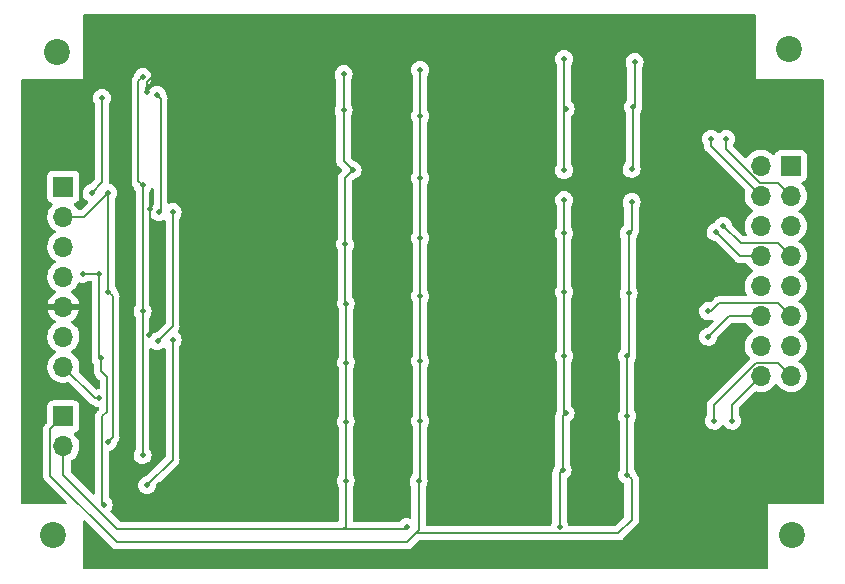
<source format=gbl>
G04 #@! TF.GenerationSoftware,KiCad,Pcbnew,(6.0.8)*
G04 #@! TF.CreationDate,2022-11-26T10:26:46-06:00*
G04 #@! TF.ProjectId,photo_switching,70686f74-6f5f-4737-9769-746368696e67,rev?*
G04 #@! TF.SameCoordinates,Original*
G04 #@! TF.FileFunction,Copper,L2,Bot*
G04 #@! TF.FilePolarity,Positive*
%FSLAX46Y46*%
G04 Gerber Fmt 4.6, Leading zero omitted, Abs format (unit mm)*
G04 Created by KiCad (PCBNEW (6.0.8)) date 2022-11-26 10:26:46*
%MOMM*%
%LPD*%
G01*
G04 APERTURE LIST*
G04 #@! TA.AperFunction,ComponentPad*
%ADD10O,1.700000X1.700000*%
G04 #@! TD*
G04 #@! TA.AperFunction,ComponentPad*
%ADD11R,1.700000X1.700000*%
G04 #@! TD*
G04 #@! TA.AperFunction,ComponentPad*
%ADD12C,2.200000*%
G04 #@! TD*
G04 #@! TA.AperFunction,ViaPad*
%ADD13C,0.500000*%
G04 #@! TD*
G04 #@! TA.AperFunction,Conductor*
%ADD14C,0.150000*%
G04 #@! TD*
G04 #@! TA.AperFunction,Conductor*
%ADD15C,0.200000*%
G04 #@! TD*
G04 APERTURE END LIST*
D10*
X88925000Y-92583000D03*
X88925000Y-90043000D03*
X88925000Y-87503000D03*
X88925000Y-84963000D03*
X88925000Y-82423000D03*
X88925000Y-79883000D03*
D11*
X88925000Y-77343000D03*
D12*
X150622000Y-106807000D03*
D11*
X150515000Y-75580000D03*
D10*
X147975000Y-75580000D03*
X150515000Y-78120000D03*
X147975000Y-78120000D03*
X150515000Y-80660000D03*
X147975000Y-80660000D03*
X150515000Y-83200000D03*
X147975000Y-83200000D03*
X150515000Y-85740000D03*
X147975000Y-85740000D03*
X150515000Y-88280000D03*
X147975000Y-88280000D03*
X150515000Y-90820000D03*
X147975000Y-90820000D03*
X150515000Y-93360000D03*
X147975000Y-93360000D03*
D12*
X150368000Y-65659000D03*
X88011000Y-106807000D03*
X88392000Y-65913000D03*
D10*
X88925000Y-99334000D03*
D11*
X88925000Y-96794000D03*
D13*
X116168000Y-102249000D03*
X116168000Y-97423000D03*
X116295000Y-92978000D03*
X116168000Y-87136000D03*
X116168000Y-81675000D03*
X116168000Y-77357000D03*
X116168000Y-72150000D03*
X125185000Y-67070000D03*
X125312000Y-72150000D03*
X125185000Y-77230000D03*
X125312000Y-82437000D03*
X125312000Y-87644000D03*
X125312000Y-92978000D03*
X125312000Y-97931000D03*
X125312000Y-103011000D03*
X134202000Y-103265000D03*
X134329000Y-98312000D03*
X134329000Y-93105000D03*
X134202000Y-87517000D03*
X134202000Y-72150000D03*
X134329000Y-67197000D03*
X100420000Y-108980000D03*
X91530000Y-108853000D03*
X86069000Y-94502000D03*
X92710000Y-77851000D03*
X92710000Y-86233000D03*
X92710000Y-98933000D03*
X95631000Y-77216000D03*
X95631000Y-68072000D03*
X95631000Y-100076000D03*
X95631000Y-87884000D03*
X92075000Y-91821000D03*
X90551000Y-84709000D03*
X91948000Y-84709000D03*
X92329000Y-104267000D03*
X138328000Y-97832000D03*
X98044000Y-66421000D03*
X129032000Y-78359000D03*
X143510000Y-66294000D03*
X129286000Y-97917000D03*
X142240000Y-98044000D03*
X138228000Y-87632000D03*
X111252000Y-98425000D03*
X96878000Y-84632000D03*
X111125000Y-73025000D03*
X144278000Y-107882000D03*
X96928000Y-96432000D03*
X111125000Y-78105000D03*
X145034000Y-101981000D03*
X98078000Y-74182000D03*
X111252000Y-83185000D03*
X129286000Y-92964000D03*
X111252000Y-103251000D03*
X101278000Y-73832000D03*
X120528000Y-92982000D03*
X111252000Y-93472000D03*
X138528000Y-82282000D03*
X129286000Y-87630000D03*
X129032000Y-72898000D03*
X100278000Y-85032000D03*
X129032000Y-75946000D03*
X92678000Y-64832000D03*
X111252000Y-88265000D03*
X96139000Y-89916000D03*
X129286000Y-82423000D03*
X129032000Y-67945000D03*
X142875000Y-72136000D03*
X96878000Y-82682000D03*
X120528000Y-87682000D03*
X149928000Y-99532000D03*
X124128000Y-108432000D03*
X97028000Y-102616000D03*
X120478000Y-82132000D03*
X110998000Y-68072000D03*
X143637000Y-86106000D03*
X87078000Y-69732000D03*
X147447000Y-104394000D03*
X140462000Y-96393000D03*
X96266000Y-79248000D03*
X143637000Y-82296000D03*
X96012000Y-69342000D03*
X120478000Y-97832000D03*
X143510000Y-91440000D03*
X97028000Y-105029000D03*
X140208000Y-75946000D03*
X96531000Y-93382000D03*
X120728000Y-72082000D03*
X148528000Y-68682000D03*
X138278000Y-72332000D03*
X110678000Y-108632000D03*
X146478000Y-64782000D03*
X129286000Y-102870000D03*
X120178000Y-77832000D03*
X138078000Y-92982000D03*
X120728000Y-102682000D03*
X92197701Y-69845701D03*
X91313000Y-77851000D03*
X91948000Y-95250000D03*
X143764000Y-73279000D03*
X145034000Y-73279000D03*
X118999000Y-102232000D03*
X119126000Y-81661000D03*
X119126000Y-86614000D03*
X136779000Y-81280000D03*
X119126000Y-92075000D03*
X137033000Y-75819000D03*
X119126000Y-71374000D03*
X119126000Y-76581000D03*
X136652000Y-91694000D03*
X119126000Y-97155000D03*
X136779000Y-86360000D03*
X137160000Y-70612000D03*
X137033000Y-78613000D03*
X137287000Y-66802000D03*
X119126000Y-67437000D03*
X136652000Y-96774000D03*
X136652000Y-101727000D03*
X131318000Y-66548000D03*
X131318000Y-86233000D03*
X131318000Y-75946000D03*
X112828000Y-97232000D03*
X112649000Y-67818000D03*
X112828000Y-87232000D03*
X131191000Y-101346000D03*
X117983000Y-106172000D03*
X131445000Y-70739000D03*
X112828000Y-102232000D03*
X131318000Y-91694000D03*
X130937000Y-106172000D03*
X131318000Y-78486000D03*
X112649000Y-70866000D03*
X131445000Y-96520000D03*
X112776000Y-82232000D03*
X113411000Y-75946000D03*
X131318000Y-81280000D03*
X112828000Y-92232000D03*
X96828000Y-69554698D03*
X97028000Y-79502000D03*
X144145000Y-81153000D03*
X144780000Y-80645000D03*
X145542000Y-97155000D03*
X144018000Y-97155000D03*
X98171000Y-79502000D03*
X96901000Y-90424000D03*
X98171000Y-90297000D03*
X96012000Y-102616000D03*
X143510000Y-90043000D03*
X143510000Y-87884000D03*
D14*
X97028000Y-102616000D02*
X97028000Y-105029000D01*
X96266000Y-79248000D02*
X96266000Y-82070000D01*
X96266000Y-82070000D02*
X96878000Y-82682000D01*
X93091000Y-86614000D02*
X93091000Y-98552000D01*
X92710000Y-86233000D02*
X93091000Y-86614000D01*
X93091000Y-98552000D02*
X92710000Y-98933000D01*
X88925000Y-79883000D02*
X90678000Y-79883000D01*
X92710000Y-77851000D02*
X92710000Y-86233000D01*
X90678000Y-79883000D02*
X92710000Y-77851000D01*
X95631000Y-68072000D02*
X95283500Y-68419500D01*
X95283500Y-68419500D02*
X95283500Y-76868500D01*
X95631000Y-87884000D02*
X95631000Y-100076000D01*
X95283500Y-76868500D02*
X95631000Y-77216000D01*
X95631000Y-77216000D02*
X95631000Y-87884000D01*
X91948000Y-91694000D02*
X92075000Y-91821000D01*
X92583000Y-93472000D02*
X92583000Y-96393000D01*
X92075000Y-91821000D02*
X92075000Y-92964000D01*
X92202000Y-104140000D02*
X92329000Y-104267000D01*
X92202000Y-96774000D02*
X92202000Y-104140000D01*
X92075000Y-92964000D02*
X92583000Y-93472000D01*
X92583000Y-96393000D02*
X92202000Y-96774000D01*
X90551000Y-84709000D02*
X91948000Y-84709000D01*
X91948000Y-84709000D02*
X91948000Y-91694000D01*
X144018000Y-85598000D02*
X144018000Y-85725000D01*
X144018000Y-82677000D02*
X144018000Y-85598000D01*
X143510000Y-71501000D02*
X142875000Y-72136000D01*
X111252000Y-93472000D02*
X111252000Y-88265000D01*
X143510000Y-66294000D02*
X143510000Y-71501000D01*
X129286000Y-82423000D02*
X129286000Y-78613000D01*
X129286000Y-87630000D02*
X129286000Y-82423000D01*
X129286000Y-78613000D02*
X129032000Y-78359000D01*
X96012000Y-68453000D02*
X96012000Y-69342000D01*
X142875000Y-72136000D02*
X142875000Y-73279000D01*
X98044000Y-66421000D02*
X96012000Y-68453000D01*
X145034000Y-101981000D02*
X147447000Y-104394000D01*
X142875000Y-73279000D02*
X140208000Y-75946000D01*
X129286000Y-97917000D02*
X129286000Y-92964000D01*
X111252000Y-78232000D02*
X111125000Y-78105000D01*
X129032000Y-75946000D02*
X129032000Y-72898000D01*
X129286000Y-102870000D02*
X129286000Y-97917000D01*
X144018000Y-85725000D02*
X143637000Y-86106000D01*
X111252000Y-88265000D02*
X111252000Y-83185000D01*
X129286000Y-92964000D02*
X129286000Y-87630000D01*
X111125000Y-68199000D02*
X110998000Y-68072000D01*
X111252000Y-103251000D02*
X111252000Y-98425000D01*
X111125000Y-73025000D02*
X111125000Y-68199000D01*
X111252000Y-98425000D02*
X111252000Y-93472000D01*
X143637000Y-82296000D02*
X144018000Y-82677000D01*
X111125000Y-78105000D02*
X111125000Y-73025000D01*
X129032000Y-72898000D02*
X129032000Y-67945000D01*
X111252000Y-83185000D02*
X111252000Y-78232000D01*
X92197701Y-69845701D02*
X92197701Y-76966299D01*
X92197701Y-76966299D02*
X91313000Y-77851000D01*
X91592000Y-95250000D02*
X91948000Y-95250000D01*
X88925000Y-92583000D02*
X91592000Y-95250000D01*
X147975000Y-78120000D02*
X143764000Y-73909000D01*
X143764000Y-73909000D02*
X143764000Y-73279000D01*
X149440000Y-77045000D02*
X147919720Y-77045000D01*
X145034000Y-74159280D02*
X145034000Y-73279000D01*
X150515000Y-78120000D02*
X149440000Y-77045000D01*
X147919720Y-77045000D02*
X145034000Y-74159280D01*
D15*
X137287000Y-70485000D02*
X137160000Y-70612000D01*
X136652000Y-96774000D02*
X136652000Y-101727000D01*
X88925000Y-96794000D02*
X87825000Y-97894000D01*
X87825000Y-101795000D02*
X93472000Y-107442000D01*
X136652000Y-91694000D02*
X136652000Y-96774000D01*
X119126000Y-97155000D02*
X119126000Y-92075000D01*
X137033000Y-102108000D02*
X136652000Y-101727000D01*
X119126000Y-76581000D02*
X119126000Y-71374000D01*
X118999000Y-102232000D02*
X119126000Y-102105000D01*
X136779000Y-81280000D02*
X136779000Y-86360000D01*
X137160000Y-75692000D02*
X137033000Y-75819000D01*
X118745000Y-106680000D02*
X118999000Y-106426000D01*
X137033000Y-81026000D02*
X136779000Y-81280000D01*
X118999000Y-106426000D02*
X118999000Y-102232000D01*
X119126000Y-67437000D02*
X119126000Y-71374000D01*
X136779000Y-86360000D02*
X136779000Y-91567000D01*
X118745000Y-106680000D02*
X135890000Y-106680000D01*
X137160000Y-70612000D02*
X137160000Y-75692000D01*
X117983000Y-107442000D02*
X118745000Y-106680000D01*
X119126000Y-102105000D02*
X119126000Y-97155000D01*
X137033000Y-105537000D02*
X137033000Y-102108000D01*
X119126000Y-92075000D02*
X119126000Y-86614000D01*
X119126000Y-81661000D02*
X119126000Y-76581000D01*
X135890000Y-106680000D02*
X137033000Y-105537000D01*
X119126000Y-86614000D02*
X119126000Y-81661000D01*
X87825000Y-97894000D02*
X87825000Y-101795000D01*
X137287000Y-66802000D02*
X137287000Y-70485000D01*
X93472000Y-107442000D02*
X117983000Y-107442000D01*
X136779000Y-91567000D02*
X136652000Y-91694000D01*
X137033000Y-78613000D02*
X137033000Y-81026000D01*
X117824501Y-106330499D02*
X117983000Y-106172000D01*
X131318000Y-86233000D02*
X131318000Y-91694000D01*
X88925000Y-101752000D02*
X93503499Y-106330499D01*
X131445000Y-70739000D02*
X131318000Y-70866000D01*
X131318000Y-78486000D02*
X131318000Y-81280000D01*
D14*
X112828000Y-97232000D02*
X112828000Y-102232000D01*
D15*
X131318000Y-70866000D02*
X131318000Y-75946000D01*
X131318000Y-91694000D02*
X131318000Y-96393000D01*
X112649000Y-67818000D02*
X112649000Y-70866000D01*
D14*
X113411000Y-75946000D02*
X112776000Y-76581000D01*
X112776000Y-76581000D02*
X112776000Y-82232000D01*
D15*
X131318000Y-81280000D02*
X131318000Y-86233000D01*
X112828000Y-106120000D02*
X112828000Y-102232000D01*
X131445000Y-96520000D02*
X131191000Y-96774000D01*
X130937000Y-106172000D02*
X130937000Y-101600000D01*
X131318000Y-70612000D02*
X131445000Y-70739000D01*
D14*
X112776000Y-87180000D02*
X112828000Y-87232000D01*
D15*
X112617501Y-106330499D02*
X117824501Y-106330499D01*
D14*
X112776000Y-82232000D02*
X112776000Y-87180000D01*
D15*
X112649000Y-75184000D02*
X113411000Y-75946000D01*
X112649000Y-70866000D02*
X112649000Y-75184000D01*
X112617501Y-106330499D02*
X112828000Y-106120000D01*
X88925000Y-99334000D02*
X88925000Y-101752000D01*
X131318000Y-66548000D02*
X131318000Y-70612000D01*
D14*
X112828000Y-87232000D02*
X112828000Y-92232000D01*
D15*
X131191000Y-96774000D02*
X131191000Y-101346000D01*
X131318000Y-96393000D02*
X131445000Y-96520000D01*
X93503499Y-106330499D02*
X112617501Y-106330499D01*
X130937000Y-101600000D02*
X131191000Y-101346000D01*
D14*
X112828000Y-92232000D02*
X112828000Y-97232000D01*
X97155000Y-69881698D02*
X96828000Y-69554698D01*
X97028000Y-79502000D02*
X97155000Y-79375000D01*
X97155000Y-79375000D02*
X97155000Y-69881698D01*
X144145000Y-81153000D02*
X146192000Y-83200000D01*
X146192000Y-83200000D02*
X147975000Y-83200000D01*
X150515000Y-83200000D02*
X149440000Y-82125000D01*
X146260000Y-82125000D02*
X144780000Y-80645000D01*
X149440000Y-82125000D02*
X146260000Y-82125000D01*
X147975000Y-93360000D02*
X145542000Y-95793000D01*
X145542000Y-95793000D02*
X145542000Y-97155000D01*
X144018000Y-95796720D02*
X147529720Y-92285000D01*
X149440000Y-92285000D02*
X150515000Y-93360000D01*
X144018000Y-97155000D02*
X144018000Y-95796720D01*
X147529720Y-92285000D02*
X149440000Y-92285000D01*
X98171000Y-89154000D02*
X96901000Y-90424000D01*
X98171000Y-79502000D02*
X98171000Y-89154000D01*
X98171000Y-100457000D02*
X98171000Y-90297000D01*
X96012000Y-102616000D02*
X98171000Y-100457000D01*
X145273000Y-88280000D02*
X143510000Y-90043000D01*
X147975000Y-88280000D02*
X145273000Y-88280000D01*
X144443000Y-87205000D02*
X143764000Y-87884000D01*
X143764000Y-87884000D02*
X143510000Y-87884000D01*
X149440000Y-87205000D02*
X144443000Y-87205000D01*
X150515000Y-88280000D02*
X149440000Y-87205000D01*
G04 #@! TA.AperFunction,Conductor*
G36*
X147520121Y-62760502D02*
G01*
X147566614Y-62814158D01*
X147578000Y-62866500D01*
X147578000Y-68232000D01*
X153193500Y-68232000D01*
X153261621Y-68252002D01*
X153308114Y-68305658D01*
X153319500Y-68358000D01*
X153319500Y-104106000D01*
X153299498Y-104174121D01*
X153245842Y-104220614D01*
X153193500Y-104232000D01*
X148578000Y-104232000D01*
X148578000Y-109597500D01*
X148557998Y-109665621D01*
X148504342Y-109712114D01*
X148452000Y-109723500D01*
X90704000Y-109723500D01*
X90635879Y-109703498D01*
X90589386Y-109649842D01*
X90578000Y-109597500D01*
X90578000Y-105712739D01*
X90598002Y-105644618D01*
X90651658Y-105598125D01*
X90721932Y-105588021D01*
X90786512Y-105617515D01*
X90793095Y-105623644D01*
X93007685Y-107838234D01*
X93018552Y-107850625D01*
X93038013Y-107875987D01*
X93044563Y-107881013D01*
X93069925Y-107900474D01*
X93069928Y-107900477D01*
X93131728Y-107947898D01*
X93165124Y-107973524D01*
X93313149Y-108034838D01*
X93321336Y-108035916D01*
X93321337Y-108035916D01*
X93332542Y-108037391D01*
X93363738Y-108041498D01*
X93432115Y-108050500D01*
X93432118Y-108050500D01*
X93432126Y-108050501D01*
X93463811Y-108054672D01*
X93472000Y-108055750D01*
X93503693Y-108051578D01*
X93520136Y-108050500D01*
X117934864Y-108050500D01*
X117951307Y-108051578D01*
X117983000Y-108055750D01*
X117991189Y-108054672D01*
X118022874Y-108050501D01*
X118022884Y-108050500D01*
X118022885Y-108050500D01*
X118022901Y-108050498D01*
X118122457Y-108037391D01*
X118133664Y-108035916D01*
X118133666Y-108035915D01*
X118141851Y-108034838D01*
X118289876Y-107973524D01*
X118323273Y-107947898D01*
X118385072Y-107900477D01*
X118385075Y-107900474D01*
X118410434Y-107881015D01*
X118416987Y-107875987D01*
X118422017Y-107869432D01*
X118436452Y-107850621D01*
X118447319Y-107838230D01*
X118960144Y-107325405D01*
X119022456Y-107291379D01*
X119049239Y-107288500D01*
X135841864Y-107288500D01*
X135858307Y-107289578D01*
X135890000Y-107293750D01*
X135898189Y-107292672D01*
X135929874Y-107288501D01*
X135929884Y-107288500D01*
X135929885Y-107288500D01*
X136029457Y-107275391D01*
X136040664Y-107273916D01*
X136040666Y-107273915D01*
X136048851Y-107272838D01*
X136196876Y-107211524D01*
X136292072Y-107138477D01*
X136292075Y-107138474D01*
X136323987Y-107113987D01*
X136329017Y-107107432D01*
X136343452Y-107088621D01*
X136354319Y-107076230D01*
X137429234Y-106001315D01*
X137441625Y-105990448D01*
X137460437Y-105976013D01*
X137466987Y-105970987D01*
X137491474Y-105939075D01*
X137491480Y-105939069D01*
X137559496Y-105850429D01*
X137559497Y-105850427D01*
X137564524Y-105843876D01*
X137625838Y-105695851D01*
X137633128Y-105640477D01*
X137641500Y-105576885D01*
X137641500Y-105576880D01*
X137646750Y-105537000D01*
X137642578Y-105505307D01*
X137641500Y-105488864D01*
X137641500Y-102156136D01*
X137642578Y-102139690D01*
X137645672Y-102116188D01*
X137646750Y-102108000D01*
X137641500Y-102068122D01*
X137641500Y-102068115D01*
X137625838Y-101949150D01*
X137564524Y-101801125D01*
X137502154Y-101719843D01*
X137502151Y-101719839D01*
X137491514Y-101705976D01*
X137491507Y-101705967D01*
X137491477Y-101705928D01*
X137491474Y-101705925D01*
X137466987Y-101674013D01*
X137460437Y-101668987D01*
X137460434Y-101668984D01*
X137446464Y-101658265D01*
X137404596Y-101600928D01*
X137397952Y-101572344D01*
X137397116Y-101564892D01*
X137396331Y-101557892D01*
X137389006Y-101536856D01*
X137342686Y-101403846D01*
X137340368Y-101397189D01*
X137279645Y-101300013D01*
X137260500Y-101233245D01*
X137260500Y-97266890D01*
X137281552Y-97197163D01*
X137311987Y-97151355D01*
X137330891Y-97122902D01*
X137391319Y-96963825D01*
X137415001Y-96795313D01*
X137415299Y-96774000D01*
X137396331Y-96604892D01*
X137340368Y-96444189D01*
X137279645Y-96347013D01*
X137260500Y-96280245D01*
X137260500Y-92186890D01*
X137281552Y-92117163D01*
X137311987Y-92071355D01*
X137330891Y-92042902D01*
X137391319Y-91883825D01*
X137415001Y-91715313D01*
X137415194Y-91701500D01*
X137415244Y-91697961D01*
X137415244Y-91697955D01*
X137415299Y-91694000D01*
X137396331Y-91524892D01*
X137394014Y-91518238D01*
X137392454Y-91511373D01*
X137393083Y-91511230D01*
X137387500Y-91478223D01*
X137387500Y-90032343D01*
X142746775Y-90032343D01*
X142763381Y-90201699D01*
X142817094Y-90363167D01*
X142820741Y-90369189D01*
X142820742Y-90369191D01*
X142895975Y-90493414D01*
X142905246Y-90508723D01*
X143023455Y-90631132D01*
X143165846Y-90724310D01*
X143172450Y-90726766D01*
X143172452Y-90726767D01*
X143221686Y-90745077D01*
X143325341Y-90783626D01*
X143494015Y-90806132D01*
X143501026Y-90805494D01*
X143501030Y-90805494D01*
X143656462Y-90791348D01*
X143663483Y-90790709D01*
X143670185Y-90788531D01*
X143670187Y-90788531D01*
X143818623Y-90740301D01*
X143818626Y-90740300D01*
X143825322Y-90738124D01*
X143971490Y-90650990D01*
X143976584Y-90646139D01*
X143976588Y-90646136D01*
X144067472Y-90559588D01*
X144094721Y-90533639D01*
X144121447Y-90493414D01*
X144184990Y-90397773D01*
X144188891Y-90391902D01*
X144249319Y-90232825D01*
X144253694Y-90201699D01*
X144260450Y-90153624D01*
X144289738Y-90088950D01*
X144296129Y-90082065D01*
X145477789Y-88900405D01*
X145540101Y-88866379D01*
X145566884Y-88863500D01*
X146668634Y-88863500D01*
X146736755Y-88883502D01*
X146776067Y-88923665D01*
X146791722Y-88949212D01*
X146874987Y-89085088D01*
X147021250Y-89253938D01*
X147193126Y-89396632D01*
X147263595Y-89437811D01*
X147266445Y-89439476D01*
X147315169Y-89491114D01*
X147328240Y-89560897D01*
X147301509Y-89626669D01*
X147261055Y-89660027D01*
X147248607Y-89666507D01*
X147244474Y-89669610D01*
X147244471Y-89669612D01*
X147080524Y-89792707D01*
X147069965Y-89800635D01*
X146915629Y-89962138D01*
X146789743Y-90146680D01*
X146695688Y-90349305D01*
X146635989Y-90564570D01*
X146612251Y-90786695D01*
X146612548Y-90791848D01*
X146612548Y-90791851D01*
X146623901Y-90988741D01*
X146625110Y-91009715D01*
X146626247Y-91014761D01*
X146626248Y-91014767D01*
X146647207Y-91107767D01*
X146674222Y-91227639D01*
X146758266Y-91434616D01*
X146874987Y-91625088D01*
X146878367Y-91628990D01*
X146990015Y-91757879D01*
X147021250Y-91793938D01*
X147020684Y-91794429D01*
X147053334Y-91852749D01*
X147049019Y-91923615D01*
X147019599Y-91969928D01*
X143638293Y-95351234D01*
X143625903Y-95362101D01*
X143601843Y-95380563D01*
X143596820Y-95387109D01*
X143559405Y-95435869D01*
X143515272Y-95493385D01*
X143508314Y-95502453D01*
X143449519Y-95644396D01*
X143429465Y-95796720D01*
X143430543Y-95804908D01*
X143433422Y-95826776D01*
X143434500Y-95843223D01*
X143434500Y-96623054D01*
X143414411Y-96691309D01*
X143334304Y-96815610D01*
X143276103Y-96975516D01*
X143254775Y-97144343D01*
X143271381Y-97313699D01*
X143325094Y-97475167D01*
X143328741Y-97481189D01*
X143328742Y-97481191D01*
X143397519Y-97594754D01*
X143413246Y-97620723D01*
X143531455Y-97743132D01*
X143673846Y-97836310D01*
X143680450Y-97838766D01*
X143680452Y-97838767D01*
X143716844Y-97852301D01*
X143833341Y-97895626D01*
X144002015Y-97918132D01*
X144009026Y-97917494D01*
X144009030Y-97917494D01*
X144164462Y-97903348D01*
X144171483Y-97902709D01*
X144178185Y-97900531D01*
X144178187Y-97900531D01*
X144326623Y-97852301D01*
X144326626Y-97852300D01*
X144333322Y-97850124D01*
X144479490Y-97762990D01*
X144484584Y-97758139D01*
X144484588Y-97758136D01*
X144553896Y-97692134D01*
X144602721Y-97645639D01*
X144675747Y-97535726D01*
X144730104Y-97490057D01*
X144800523Y-97481025D01*
X144864647Y-97511499D01*
X144888470Y-97540184D01*
X144921519Y-97594754D01*
X144937246Y-97620723D01*
X145055455Y-97743132D01*
X145197846Y-97836310D01*
X145204450Y-97838766D01*
X145204452Y-97838767D01*
X145240844Y-97852301D01*
X145357341Y-97895626D01*
X145526015Y-97918132D01*
X145533026Y-97917494D01*
X145533030Y-97917494D01*
X145688462Y-97903348D01*
X145695483Y-97902709D01*
X145702185Y-97900531D01*
X145702187Y-97900531D01*
X145850623Y-97852301D01*
X145850626Y-97852300D01*
X145857322Y-97850124D01*
X146003490Y-97762990D01*
X146008584Y-97758139D01*
X146008588Y-97758136D01*
X146077896Y-97692134D01*
X146126721Y-97645639D01*
X146147385Y-97614538D01*
X146199746Y-97535727D01*
X146220891Y-97503902D01*
X146281319Y-97344825D01*
X146305001Y-97176313D01*
X146305299Y-97155000D01*
X146286331Y-96985892D01*
X146278647Y-96963825D01*
X146247635Y-96874773D01*
X146230368Y-96825189D01*
X146224383Y-96815610D01*
X146144646Y-96688007D01*
X146125500Y-96621237D01*
X146125500Y-96086883D01*
X146145502Y-96018762D01*
X146162405Y-95997788D01*
X147462121Y-94698073D01*
X147524433Y-94664047D01*
X147586365Y-94666170D01*
X147589865Y-94667187D01*
X147594692Y-94669030D01*
X147813597Y-94713567D01*
X147818772Y-94713757D01*
X147818774Y-94713757D01*
X148031673Y-94721564D01*
X148031677Y-94721564D01*
X148036837Y-94721753D01*
X148041957Y-94721097D01*
X148041959Y-94721097D01*
X148253288Y-94694025D01*
X148253289Y-94694025D01*
X148258416Y-94693368D01*
X148263366Y-94691883D01*
X148467429Y-94630661D01*
X148467434Y-94630659D01*
X148472384Y-94629174D01*
X148672994Y-94530896D01*
X148854860Y-94401173D01*
X149013096Y-94243489D01*
X149143453Y-94062077D01*
X149144776Y-94063028D01*
X149191645Y-94019857D01*
X149261580Y-94007625D01*
X149327026Y-94035144D01*
X149354875Y-94066994D01*
X149414987Y-94165088D01*
X149561250Y-94333938D01*
X149733126Y-94476632D01*
X149926000Y-94589338D01*
X150134692Y-94669030D01*
X150139760Y-94670061D01*
X150139763Y-94670062D01*
X150247017Y-94691883D01*
X150353597Y-94713567D01*
X150358772Y-94713757D01*
X150358774Y-94713757D01*
X150571673Y-94721564D01*
X150571677Y-94721564D01*
X150576837Y-94721753D01*
X150581957Y-94721097D01*
X150581959Y-94721097D01*
X150793288Y-94694025D01*
X150793289Y-94694025D01*
X150798416Y-94693368D01*
X150803366Y-94691883D01*
X151007429Y-94630661D01*
X151007434Y-94630659D01*
X151012384Y-94629174D01*
X151212994Y-94530896D01*
X151394860Y-94401173D01*
X151553096Y-94243489D01*
X151683453Y-94062077D01*
X151704320Y-94019857D01*
X151780136Y-93866453D01*
X151780137Y-93866451D01*
X151782430Y-93861811D01*
X151847370Y-93648069D01*
X151876529Y-93426590D01*
X151877213Y-93398615D01*
X151878074Y-93363365D01*
X151878074Y-93363361D01*
X151878156Y-93360000D01*
X151859852Y-93137361D01*
X151805431Y-92920702D01*
X151716354Y-92715840D01*
X151624797Y-92574314D01*
X151597822Y-92532617D01*
X151597820Y-92532614D01*
X151595014Y-92528277D01*
X151444670Y-92363051D01*
X151440619Y-92359852D01*
X151440615Y-92359848D01*
X151273414Y-92227800D01*
X151273410Y-92227798D01*
X151269359Y-92224598D01*
X151228053Y-92201796D01*
X151178084Y-92151364D01*
X151163312Y-92081921D01*
X151188428Y-92015516D01*
X151215780Y-91988909D01*
X151320273Y-91914375D01*
X151394860Y-91861173D01*
X151403314Y-91852749D01*
X151498516Y-91757879D01*
X151553096Y-91703489D01*
X151559915Y-91694000D01*
X151680435Y-91526277D01*
X151683453Y-91522077D01*
X151730385Y-91427118D01*
X151780136Y-91326453D01*
X151780137Y-91326451D01*
X151782430Y-91321811D01*
X151823632Y-91186200D01*
X151845865Y-91113023D01*
X151845865Y-91113021D01*
X151847370Y-91108069D01*
X151876529Y-90886590D01*
X151876611Y-90883240D01*
X151878074Y-90823365D01*
X151878074Y-90823361D01*
X151878156Y-90820000D01*
X151859852Y-90597361D01*
X151805431Y-90380702D01*
X151716354Y-90175840D01*
X151618997Y-90025349D01*
X151597822Y-89992617D01*
X151597820Y-89992614D01*
X151595014Y-89988277D01*
X151444670Y-89823051D01*
X151440619Y-89819852D01*
X151440615Y-89819848D01*
X151273414Y-89687800D01*
X151273410Y-89687798D01*
X151269359Y-89684598D01*
X151228053Y-89661796D01*
X151178084Y-89611364D01*
X151163312Y-89541921D01*
X151188428Y-89475516D01*
X151215780Y-89448909D01*
X151279315Y-89403590D01*
X151394860Y-89321173D01*
X151402106Y-89313953D01*
X151476209Y-89240107D01*
X151553096Y-89163489D01*
X151559915Y-89154000D01*
X151680435Y-88986277D01*
X151683453Y-88982077D01*
X151704320Y-88939857D01*
X151780136Y-88786453D01*
X151780137Y-88786451D01*
X151782430Y-88781811D01*
X151823632Y-88646200D01*
X151845865Y-88573023D01*
X151845865Y-88573021D01*
X151847370Y-88568069D01*
X151876529Y-88346590D01*
X151876611Y-88343240D01*
X151878074Y-88283365D01*
X151878074Y-88283361D01*
X151878156Y-88280000D01*
X151859852Y-88057361D01*
X151805431Y-87840702D01*
X151716354Y-87635840D01*
X151663532Y-87554189D01*
X151597822Y-87452617D01*
X151597820Y-87452614D01*
X151595014Y-87448277D01*
X151444670Y-87283051D01*
X151440619Y-87279852D01*
X151440615Y-87279848D01*
X151273414Y-87147800D01*
X151273410Y-87147798D01*
X151269359Y-87144598D01*
X151228053Y-87121796D01*
X151178084Y-87071364D01*
X151163312Y-87001921D01*
X151188428Y-86935516D01*
X151215780Y-86908909D01*
X151279001Y-86863814D01*
X151394860Y-86781173D01*
X151553096Y-86623489D01*
X151559915Y-86614000D01*
X151680435Y-86446277D01*
X151683453Y-86442077D01*
X151689588Y-86429665D01*
X151780136Y-86246453D01*
X151780137Y-86246451D01*
X151782430Y-86241811D01*
X151847370Y-86028069D01*
X151876529Y-85806590D01*
X151877292Y-85775375D01*
X151878074Y-85743365D01*
X151878074Y-85743361D01*
X151878156Y-85740000D01*
X151859852Y-85517361D01*
X151805431Y-85300702D01*
X151716354Y-85095840D01*
X151676906Y-85034862D01*
X151597822Y-84912617D01*
X151597820Y-84912614D01*
X151595014Y-84908277D01*
X151444670Y-84743051D01*
X151440619Y-84739852D01*
X151440615Y-84739848D01*
X151273414Y-84607800D01*
X151273410Y-84607798D01*
X151269359Y-84604598D01*
X151228053Y-84581796D01*
X151178084Y-84531364D01*
X151163312Y-84461921D01*
X151188428Y-84395516D01*
X151215780Y-84368909D01*
X151259603Y-84337650D01*
X151394860Y-84241173D01*
X151553096Y-84083489D01*
X151597254Y-84022037D01*
X151680435Y-83906277D01*
X151683453Y-83902077D01*
X151704320Y-83859857D01*
X151780136Y-83706453D01*
X151780137Y-83706451D01*
X151782430Y-83701811D01*
X151847370Y-83488069D01*
X151876529Y-83266590D01*
X151876611Y-83263240D01*
X151878074Y-83203365D01*
X151878074Y-83203361D01*
X151878156Y-83200000D01*
X151859852Y-82977361D01*
X151805431Y-82760702D01*
X151716354Y-82555840D01*
X151671328Y-82486240D01*
X151597822Y-82372617D01*
X151597820Y-82372614D01*
X151595014Y-82368277D01*
X151444670Y-82203051D01*
X151440619Y-82199852D01*
X151440615Y-82199848D01*
X151273414Y-82067800D01*
X151273410Y-82067798D01*
X151269359Y-82064598D01*
X151228053Y-82041796D01*
X151178084Y-81991364D01*
X151163312Y-81921921D01*
X151188428Y-81855516D01*
X151215780Y-81828909D01*
X151300737Y-81768310D01*
X151394860Y-81701173D01*
X151409863Y-81686223D01*
X151483643Y-81612700D01*
X151553096Y-81543489D01*
X151623591Y-81445385D01*
X151680435Y-81366277D01*
X151683453Y-81362077D01*
X151689588Y-81349665D01*
X151780136Y-81166453D01*
X151780137Y-81166451D01*
X151782430Y-81161811D01*
X151847370Y-80948069D01*
X151876529Y-80726590D01*
X151876611Y-80723240D01*
X151878074Y-80663365D01*
X151878074Y-80663361D01*
X151878156Y-80660000D01*
X151859852Y-80437361D01*
X151805431Y-80220702D01*
X151716354Y-80015840D01*
X151640618Y-79898770D01*
X151597822Y-79832617D01*
X151597820Y-79832614D01*
X151595014Y-79828277D01*
X151444670Y-79663051D01*
X151440619Y-79659852D01*
X151440615Y-79659848D01*
X151273414Y-79527800D01*
X151273410Y-79527798D01*
X151269359Y-79524598D01*
X151228053Y-79501796D01*
X151178084Y-79451364D01*
X151163312Y-79381921D01*
X151188428Y-79315516D01*
X151215780Y-79288909D01*
X151259603Y-79257650D01*
X151394860Y-79161173D01*
X151553096Y-79003489D01*
X151578761Y-78967773D01*
X151680435Y-78826277D01*
X151683453Y-78822077D01*
X151687650Y-78813586D01*
X151780136Y-78626453D01*
X151780137Y-78626451D01*
X151782430Y-78621811D01*
X151826931Y-78475343D01*
X151845865Y-78413023D01*
X151845865Y-78413021D01*
X151847370Y-78408069D01*
X151876529Y-78186590D01*
X151878156Y-78120000D01*
X151859852Y-77897361D01*
X151805431Y-77680702D01*
X151716354Y-77475840D01*
X151595014Y-77288277D01*
X151576885Y-77268353D01*
X151447798Y-77126488D01*
X151416746Y-77062642D01*
X151425141Y-76992143D01*
X151470317Y-76937375D01*
X151496761Y-76923706D01*
X151603297Y-76883767D01*
X151611705Y-76880615D01*
X151728261Y-76793261D01*
X151815615Y-76676705D01*
X151866745Y-76540316D01*
X151873500Y-76478134D01*
X151873500Y-74681866D01*
X151866745Y-74619684D01*
X151815615Y-74483295D01*
X151728261Y-74366739D01*
X151611705Y-74279385D01*
X151475316Y-74228255D01*
X151413134Y-74221500D01*
X149616866Y-74221500D01*
X149554684Y-74228255D01*
X149418295Y-74279385D01*
X149301739Y-74366739D01*
X149214385Y-74483295D01*
X149211233Y-74491703D01*
X149169919Y-74601907D01*
X149127277Y-74658671D01*
X149060716Y-74683371D01*
X148991367Y-74668163D01*
X148958743Y-74642476D01*
X148908151Y-74586875D01*
X148908142Y-74586866D01*
X148904670Y-74583051D01*
X148900619Y-74579852D01*
X148900615Y-74579848D01*
X148733414Y-74447800D01*
X148733410Y-74447798D01*
X148729359Y-74444598D01*
X148533789Y-74336638D01*
X148528920Y-74334914D01*
X148528916Y-74334912D01*
X148328087Y-74263795D01*
X148328083Y-74263794D01*
X148323212Y-74262069D01*
X148318119Y-74261162D01*
X148318116Y-74261161D01*
X148108373Y-74223800D01*
X148108367Y-74223799D01*
X148103284Y-74222894D01*
X148029452Y-74221992D01*
X147885081Y-74220228D01*
X147885079Y-74220228D01*
X147879911Y-74220165D01*
X147659091Y-74253955D01*
X147446756Y-74323357D01*
X147248607Y-74426507D01*
X147244474Y-74429610D01*
X147244471Y-74429612D01*
X147074100Y-74557530D01*
X147069965Y-74560635D01*
X147030525Y-74601907D01*
X146976280Y-74658671D01*
X146915629Y-74722138D01*
X146912715Y-74726410D01*
X146912714Y-74726411D01*
X146801148Y-74889961D01*
X146746237Y-74934964D01*
X146675712Y-74943135D01*
X146607965Y-74908052D01*
X145654405Y-73954492D01*
X145620379Y-73892180D01*
X145617500Y-73865397D01*
X145617500Y-73809518D01*
X145638552Y-73739791D01*
X145708990Y-73633773D01*
X145712891Y-73627902D01*
X145773319Y-73468825D01*
X145797001Y-73300313D01*
X145797299Y-73279000D01*
X145778331Y-73109892D01*
X145722368Y-72949189D01*
X145716383Y-72939610D01*
X145669084Y-72863918D01*
X145632192Y-72804879D01*
X145608036Y-72780553D01*
X145517248Y-72689129D01*
X145512286Y-72684132D01*
X145496039Y-72673821D01*
X145457406Y-72649304D01*
X145368608Y-72592951D01*
X145208300Y-72535868D01*
X145039329Y-72515720D01*
X145032326Y-72516456D01*
X145032325Y-72516456D01*
X144877101Y-72532770D01*
X144877097Y-72532771D01*
X144870093Y-72533507D01*
X144863422Y-72535778D01*
X144715673Y-72586075D01*
X144715670Y-72586076D01*
X144709003Y-72588346D01*
X144703005Y-72592036D01*
X144703003Y-72592037D01*
X144570065Y-72673821D01*
X144570063Y-72673823D01*
X144564066Y-72677512D01*
X144486993Y-72752988D01*
X144424331Y-72786358D01*
X144353572Y-72780553D01*
X144309431Y-72751748D01*
X144247248Y-72689129D01*
X144242286Y-72684132D01*
X144226039Y-72673821D01*
X144187406Y-72649304D01*
X144098608Y-72592951D01*
X143938300Y-72535868D01*
X143769329Y-72515720D01*
X143762326Y-72516456D01*
X143762325Y-72516456D01*
X143607101Y-72532770D01*
X143607097Y-72532771D01*
X143600093Y-72533507D01*
X143593422Y-72535778D01*
X143445673Y-72586075D01*
X143445670Y-72586076D01*
X143439003Y-72588346D01*
X143433005Y-72592036D01*
X143433003Y-72592037D01*
X143300065Y-72673821D01*
X143300063Y-72673823D01*
X143294066Y-72677512D01*
X143172486Y-72796573D01*
X143168675Y-72802487D01*
X143168673Y-72802489D01*
X143084121Y-72933687D01*
X143080304Y-72939610D01*
X143022103Y-73099516D01*
X143000775Y-73268343D01*
X143017381Y-73437699D01*
X143071094Y-73599167D01*
X143074741Y-73605189D01*
X143074742Y-73605191D01*
X143159246Y-73744723D01*
X143157677Y-73745673D01*
X143180044Y-73803217D01*
X143180500Y-73813928D01*
X143180500Y-73862497D01*
X143179422Y-73878944D01*
X143175465Y-73909000D01*
X143180500Y-73947244D01*
X143195519Y-74061324D01*
X143254314Y-74203267D01*
X143347843Y-74325157D01*
X143354389Y-74330180D01*
X143371902Y-74343618D01*
X143384293Y-74354486D01*
X146640130Y-77610323D01*
X146674156Y-77672635D01*
X146672452Y-77733090D01*
X146635989Y-77864570D01*
X146612251Y-78086695D01*
X146612548Y-78091848D01*
X146612548Y-78091851D01*
X146622687Y-78267687D01*
X146625110Y-78309715D01*
X146626247Y-78314761D01*
X146626248Y-78314767D01*
X146641292Y-78381518D01*
X146674222Y-78527639D01*
X146722595Y-78646768D01*
X146739149Y-78687535D01*
X146758266Y-78734616D01*
X146795787Y-78795845D01*
X146872291Y-78920688D01*
X146874987Y-78925088D01*
X147021250Y-79093938D01*
X147193126Y-79236632D01*
X147237557Y-79262595D01*
X147266445Y-79279476D01*
X147315169Y-79331114D01*
X147328240Y-79400897D01*
X147301509Y-79466669D01*
X147261055Y-79500027D01*
X147248607Y-79506507D01*
X147244474Y-79509610D01*
X147244471Y-79509612D01*
X147080524Y-79632707D01*
X147069965Y-79640635D01*
X146915629Y-79802138D01*
X146912720Y-79806403D01*
X146912714Y-79806411D01*
X146827556Y-79931249D01*
X146789743Y-79986680D01*
X146775828Y-80016657D01*
X146698471Y-80183310D01*
X146695688Y-80189305D01*
X146635989Y-80404570D01*
X146612251Y-80626695D01*
X146612548Y-80631848D01*
X146612548Y-80631851D01*
X146622445Y-80803489D01*
X146625110Y-80849715D01*
X146626247Y-80854761D01*
X146626248Y-80854767D01*
X146645594Y-80940610D01*
X146674222Y-81067639D01*
X146758266Y-81274616D01*
X146783434Y-81315687D01*
X146804256Y-81349665D01*
X146822794Y-81418199D01*
X146801338Y-81485876D01*
X146746698Y-81531208D01*
X146696823Y-81541500D01*
X146553883Y-81541500D01*
X146485762Y-81521498D01*
X146464788Y-81504595D01*
X145566682Y-80606489D01*
X145532656Y-80544177D01*
X145530562Y-80531440D01*
X145525116Y-80482890D01*
X145524331Y-80475892D01*
X145521061Y-80466500D01*
X145491689Y-80382157D01*
X145468368Y-80315189D01*
X145462383Y-80305610D01*
X145439226Y-80268552D01*
X145378192Y-80170879D01*
X145258286Y-80050132D01*
X145242039Y-80039821D01*
X145186572Y-80004621D01*
X145114608Y-79958951D01*
X144954300Y-79901868D01*
X144785329Y-79881720D01*
X144778326Y-79882456D01*
X144778325Y-79882456D01*
X144623101Y-79898770D01*
X144623097Y-79898771D01*
X144616093Y-79899507D01*
X144609422Y-79901778D01*
X144461673Y-79952075D01*
X144461670Y-79952076D01*
X144455003Y-79954346D01*
X144449005Y-79958036D01*
X144449003Y-79958037D01*
X144316065Y-80039821D01*
X144316063Y-80039823D01*
X144310066Y-80043512D01*
X144188486Y-80162573D01*
X144184675Y-80168487D01*
X144184673Y-80168489D01*
X144120186Y-80268552D01*
X144096304Y-80305610D01*
X144093895Y-80312230D01*
X144093892Y-80312235D01*
X144089251Y-80324986D01*
X144047156Y-80382157D01*
X143994494Y-80403046D01*
X143994980Y-80405257D01*
X143988094Y-80406771D01*
X143981093Y-80407507D01*
X143908140Y-80432342D01*
X143826673Y-80460075D01*
X143826670Y-80460076D01*
X143820003Y-80462346D01*
X143814005Y-80466036D01*
X143814003Y-80466037D01*
X143681065Y-80547821D01*
X143681063Y-80547823D01*
X143675066Y-80551512D01*
X143670033Y-80556441D01*
X143560847Y-80663365D01*
X143553486Y-80670573D01*
X143549675Y-80676487D01*
X143549673Y-80676489D01*
X143465121Y-80807687D01*
X143461304Y-80813610D01*
X143403103Y-80973516D01*
X143381775Y-81142343D01*
X143398381Y-81311699D01*
X143400605Y-81318384D01*
X143400605Y-81318385D01*
X143413596Y-81357438D01*
X143452094Y-81473167D01*
X143455741Y-81479189D01*
X143455742Y-81479191D01*
X143524961Y-81593484D01*
X143540246Y-81618723D01*
X143658455Y-81741132D01*
X143800846Y-81834310D01*
X143807450Y-81836766D01*
X143807452Y-81836767D01*
X143953731Y-81891168D01*
X143953733Y-81891169D01*
X143960341Y-81893626D01*
X143967326Y-81894558D01*
X143967330Y-81894559D01*
X144008368Y-81900034D01*
X144033572Y-81903397D01*
X144098448Y-81932232D01*
X144106002Y-81939195D01*
X145746514Y-83579707D01*
X145757381Y-83592097D01*
X145775843Y-83616157D01*
X145806446Y-83639639D01*
X145806447Y-83639640D01*
X145890188Y-83703897D01*
X145897732Y-83709686D01*
X145968704Y-83739083D01*
X146032046Y-83765321D01*
X146032049Y-83765322D01*
X146039676Y-83768481D01*
X146192000Y-83788535D01*
X146200188Y-83787457D01*
X146222056Y-83784578D01*
X146238503Y-83783500D01*
X146668634Y-83783500D01*
X146736755Y-83803502D01*
X146776067Y-83843665D01*
X146795357Y-83875144D01*
X146874987Y-84005088D01*
X147021250Y-84173938D01*
X147193126Y-84316632D01*
X147263595Y-84357811D01*
X147266445Y-84359476D01*
X147315169Y-84411114D01*
X147328240Y-84480897D01*
X147301509Y-84546669D01*
X147261055Y-84580027D01*
X147248607Y-84586507D01*
X147244474Y-84589610D01*
X147244471Y-84589612D01*
X147080524Y-84712707D01*
X147069965Y-84720635D01*
X146915629Y-84882138D01*
X146789743Y-85066680D01*
X146695688Y-85269305D01*
X146635989Y-85484570D01*
X146612251Y-85706695D01*
X146612548Y-85711848D01*
X146612548Y-85711851D01*
X146617978Y-85806016D01*
X146625110Y-85929715D01*
X146626247Y-85934761D01*
X146626248Y-85934767D01*
X146645594Y-86020610D01*
X146674222Y-86147639D01*
X146719125Y-86258223D01*
X146741442Y-86313182D01*
X146758266Y-86354616D01*
X146785088Y-86398385D01*
X146804256Y-86429665D01*
X146822794Y-86498199D01*
X146801338Y-86565876D01*
X146746698Y-86611208D01*
X146696823Y-86621500D01*
X144489503Y-86621500D01*
X144473056Y-86620422D01*
X144451188Y-86617543D01*
X144443000Y-86616465D01*
X144404756Y-86621500D01*
X144290676Y-86636519D01*
X144148733Y-86695314D01*
X144026843Y-86788843D01*
X144021820Y-86795389D01*
X144008382Y-86812902D01*
X143997514Y-86825293D01*
X143725454Y-87097353D01*
X143663142Y-87131379D01*
X143621441Y-87133372D01*
X143553319Y-87125250D01*
X143515329Y-87120720D01*
X143508326Y-87121456D01*
X143508325Y-87121456D01*
X143353101Y-87137770D01*
X143353097Y-87137771D01*
X143346093Y-87138507D01*
X143339422Y-87140778D01*
X143191673Y-87191075D01*
X143191670Y-87191076D01*
X143185003Y-87193346D01*
X143179005Y-87197036D01*
X143179003Y-87197037D01*
X143046065Y-87278821D01*
X143046063Y-87278823D01*
X143040066Y-87282512D01*
X142918486Y-87401573D01*
X142914675Y-87407487D01*
X142914673Y-87407489D01*
X142905434Y-87421825D01*
X142826304Y-87544610D01*
X142822818Y-87554189D01*
X142772371Y-87692791D01*
X142768103Y-87704516D01*
X142746775Y-87873343D01*
X142763381Y-88042699D01*
X142817094Y-88204167D01*
X142820741Y-88210189D01*
X142820742Y-88210191D01*
X142901320Y-88343240D01*
X142905246Y-88349723D01*
X143023455Y-88472132D01*
X143029351Y-88475990D01*
X143137548Y-88546792D01*
X143165846Y-88565310D01*
X143172450Y-88567766D01*
X143172452Y-88567767D01*
X143215136Y-88583641D01*
X143325341Y-88624626D01*
X143494015Y-88647132D01*
X143501026Y-88646494D01*
X143501030Y-88646494D01*
X143656462Y-88632348D01*
X143663483Y-88631709D01*
X143670185Y-88629531D01*
X143670187Y-88629531D01*
X143805179Y-88585669D01*
X143876146Y-88583641D01*
X143936944Y-88620304D01*
X143968270Y-88684016D01*
X143960177Y-88754550D01*
X143933210Y-88794597D01*
X143471741Y-89256066D01*
X143409429Y-89290092D01*
X143395818Y-89292281D01*
X143379532Y-89293992D01*
X143353094Y-89296771D01*
X143353093Y-89296771D01*
X143346093Y-89297507D01*
X143276574Y-89321173D01*
X143191673Y-89350075D01*
X143191670Y-89350076D01*
X143185003Y-89352346D01*
X143179005Y-89356036D01*
X143179003Y-89356037D01*
X143046065Y-89437821D01*
X143046063Y-89437823D01*
X143040066Y-89441512D01*
X143005343Y-89475516D01*
X142927448Y-89551797D01*
X142918486Y-89560573D01*
X142914675Y-89566487D01*
X142914673Y-89566489D01*
X142836493Y-89687800D01*
X142826304Y-89703610D01*
X142823894Y-89710232D01*
X142772137Y-89852434D01*
X142768103Y-89863516D01*
X142746775Y-90032343D01*
X137387500Y-90032343D01*
X137387500Y-86852890D01*
X137408552Y-86783163D01*
X137428672Y-86752880D01*
X137457891Y-86708902D01*
X137518319Y-86549825D01*
X137542001Y-86381313D01*
X137542299Y-86360000D01*
X137523331Y-86190892D01*
X137506513Y-86142596D01*
X137479105Y-86063892D01*
X137467368Y-86030189D01*
X137406645Y-85933013D01*
X137387500Y-85866245D01*
X137387500Y-81772890D01*
X137408552Y-81703163D01*
X137438987Y-81657355D01*
X137457891Y-81628902D01*
X137518319Y-81469825D01*
X137526904Y-81408735D01*
X137551716Y-81349568D01*
X137564524Y-81332876D01*
X137605839Y-81233132D01*
X137625838Y-81184850D01*
X137641500Y-81065885D01*
X137641500Y-81065878D01*
X137646750Y-81026000D01*
X137642578Y-80994307D01*
X137641500Y-80977864D01*
X137641500Y-79105890D01*
X137662552Y-79036163D01*
X137669877Y-79025138D01*
X137711891Y-78961902D01*
X137772319Y-78802825D01*
X137773399Y-78795144D01*
X137778164Y-78761233D01*
X137796001Y-78634313D01*
X137796299Y-78613000D01*
X137777331Y-78443892D01*
X137721368Y-78283189D01*
X137715383Y-78273610D01*
X137692954Y-78237717D01*
X137631192Y-78138879D01*
X137612445Y-78120000D01*
X137533821Y-78040825D01*
X137511286Y-78018132D01*
X137495039Y-78007821D01*
X137456406Y-77983304D01*
X137367608Y-77926951D01*
X137207300Y-77869868D01*
X137038329Y-77849720D01*
X137031326Y-77850456D01*
X137031325Y-77850456D01*
X136876101Y-77866770D01*
X136876097Y-77866771D01*
X136869093Y-77867507D01*
X136862422Y-77869778D01*
X136714673Y-77920075D01*
X136714670Y-77920076D01*
X136708003Y-77922346D01*
X136702005Y-77926036D01*
X136702003Y-77926037D01*
X136569065Y-78007821D01*
X136569063Y-78007823D01*
X136563066Y-78011512D01*
X136492510Y-78080607D01*
X136448847Y-78123365D01*
X136441486Y-78130573D01*
X136437675Y-78136487D01*
X136437673Y-78136489D01*
X136368044Y-78244531D01*
X136349304Y-78273610D01*
X136291103Y-78433516D01*
X136269775Y-78602343D01*
X136286381Y-78771699D01*
X136340094Y-78933167D01*
X136343741Y-78939189D01*
X136343742Y-78939191D01*
X136406276Y-79042447D01*
X136424500Y-79107718D01*
X136424500Y-80537077D01*
X136404498Y-80605198D01*
X136364523Y-80644394D01*
X136344608Y-80656646D01*
X136309066Y-80678512D01*
X136304034Y-80683439D01*
X136304031Y-80683442D01*
X136198440Y-80786846D01*
X136187486Y-80797573D01*
X136183675Y-80803487D01*
X136183673Y-80803489D01*
X136149227Y-80856938D01*
X136095304Y-80940610D01*
X136037103Y-81100516D01*
X136015775Y-81269343D01*
X136032381Y-81438699D01*
X136034605Y-81445384D01*
X136034605Y-81445385D01*
X136050076Y-81491892D01*
X136086094Y-81600167D01*
X136089741Y-81606189D01*
X136089742Y-81606191D01*
X136152276Y-81709447D01*
X136170500Y-81774718D01*
X136170500Y-85866846D01*
X136150411Y-85935101D01*
X136095304Y-86020610D01*
X136037103Y-86180516D01*
X136015775Y-86349343D01*
X136032381Y-86518699D01*
X136086094Y-86680167D01*
X136089741Y-86686189D01*
X136089742Y-86686191D01*
X136152276Y-86789447D01*
X136170500Y-86854718D01*
X136170500Y-91050873D01*
X136150498Y-91118994D01*
X136132658Y-91140896D01*
X136072054Y-91200245D01*
X136060486Y-91211573D01*
X136056675Y-91217487D01*
X136056673Y-91217489D01*
X135995672Y-91312144D01*
X135968304Y-91354610D01*
X135910103Y-91514516D01*
X135888775Y-91683343D01*
X135905381Y-91852699D01*
X135907605Y-91859384D01*
X135907605Y-91859385D01*
X135932040Y-91932839D01*
X135959094Y-92014167D01*
X135962741Y-92020189D01*
X135962742Y-92020191D01*
X136025276Y-92123447D01*
X136043500Y-92188718D01*
X136043500Y-96280846D01*
X136023411Y-96349101D01*
X135968304Y-96434610D01*
X135910103Y-96594516D01*
X135888775Y-96763343D01*
X135905381Y-96932699D01*
X135907605Y-96939384D01*
X135907605Y-96939385D01*
X135923076Y-96985892D01*
X135959094Y-97094167D01*
X135962741Y-97100189D01*
X135962742Y-97100191D01*
X136025276Y-97203447D01*
X136043500Y-97268718D01*
X136043500Y-101233846D01*
X136023411Y-101302101D01*
X135968304Y-101387610D01*
X135910103Y-101547516D01*
X135888775Y-101716343D01*
X135905381Y-101885699D01*
X135907605Y-101892384D01*
X135907605Y-101892385D01*
X135909883Y-101899232D01*
X135959094Y-102047167D01*
X135962741Y-102053189D01*
X135962742Y-102053191D01*
X136008441Y-102128648D01*
X136047246Y-102192723D01*
X136165455Y-102315132D01*
X136307846Y-102408310D01*
X136314446Y-102410765D01*
X136314457Y-102410770D01*
X136342420Y-102421169D01*
X136399296Y-102463661D01*
X136424170Y-102530158D01*
X136424500Y-102539266D01*
X136424500Y-105232761D01*
X136404498Y-105300882D01*
X136387595Y-105321856D01*
X135674856Y-106034595D01*
X135612544Y-106068621D01*
X135585761Y-106071500D01*
X131794766Y-106071500D01*
X131726645Y-106051498D01*
X131680152Y-105997842D01*
X131675775Y-105986938D01*
X131625368Y-105842189D01*
X131564645Y-105745013D01*
X131545500Y-105678245D01*
X131545500Y-102089347D01*
X131565502Y-102021226D01*
X131606983Y-101981118D01*
X131646441Y-101957597D01*
X131646448Y-101957592D01*
X131652490Y-101953990D01*
X131657584Y-101949139D01*
X131657588Y-101949136D01*
X131745644Y-101865281D01*
X131775721Y-101836639D01*
X131780753Y-101829066D01*
X131853323Y-101719839D01*
X131869891Y-101694902D01*
X131930319Y-101535825D01*
X131954001Y-101367313D01*
X131954299Y-101346000D01*
X131935331Y-101176892D01*
X131879368Y-101016189D01*
X131818645Y-100919013D01*
X131799500Y-100852245D01*
X131799500Y-97263347D01*
X131819502Y-97195226D01*
X131860983Y-97155118D01*
X131900441Y-97131597D01*
X131900448Y-97131592D01*
X131906490Y-97127990D01*
X131911584Y-97123139D01*
X131911588Y-97123136D01*
X131992696Y-97045897D01*
X132029721Y-97010639D01*
X132056447Y-96970414D01*
X132103740Y-96899232D01*
X132123891Y-96868902D01*
X132184319Y-96709825D01*
X132208001Y-96541313D01*
X132208299Y-96520000D01*
X132189331Y-96350892D01*
X132133368Y-96190189D01*
X132043192Y-96045879D01*
X131963093Y-95965219D01*
X131929287Y-95902789D01*
X131926500Y-95876436D01*
X131926500Y-92186890D01*
X131947552Y-92117163D01*
X131977987Y-92071355D01*
X131996891Y-92042902D01*
X132057319Y-91883825D01*
X132081001Y-91715313D01*
X132081194Y-91701500D01*
X132081244Y-91697961D01*
X132081244Y-91697955D01*
X132081299Y-91694000D01*
X132062331Y-91524892D01*
X132057574Y-91511230D01*
X132030893Y-91434616D01*
X132006368Y-91364189D01*
X131945645Y-91267013D01*
X131926500Y-91200245D01*
X131926500Y-86725890D01*
X131947552Y-86656163D01*
X131959097Y-86638787D01*
X131996891Y-86581902D01*
X132057319Y-86422825D01*
X132081001Y-86254313D01*
X132081118Y-86245964D01*
X132081244Y-86236961D01*
X132081244Y-86236955D01*
X132081299Y-86233000D01*
X132062331Y-86063892D01*
X132006368Y-85903189D01*
X131945645Y-85806013D01*
X131926500Y-85739245D01*
X131926500Y-81772890D01*
X131947552Y-81703163D01*
X131977987Y-81657355D01*
X131996891Y-81628902D01*
X132057319Y-81469825D01*
X132081001Y-81301313D01*
X132081299Y-81280000D01*
X132062331Y-81110892D01*
X132051057Y-81078516D01*
X132021733Y-80994310D01*
X132006368Y-80950189D01*
X131945645Y-80853013D01*
X131926500Y-80786245D01*
X131926500Y-78978890D01*
X131947552Y-78909163D01*
X131996891Y-78834902D01*
X132057319Y-78675825D01*
X132081001Y-78507313D01*
X132081299Y-78486000D01*
X132062331Y-78316892D01*
X132006368Y-78156189D01*
X132000383Y-78146610D01*
X131938397Y-78047414D01*
X131916192Y-78011879D01*
X131796286Y-77891132D01*
X131780039Y-77880821D01*
X131731031Y-77849720D01*
X131652608Y-77799951D01*
X131492300Y-77742868D01*
X131323329Y-77722720D01*
X131316326Y-77723456D01*
X131316325Y-77723456D01*
X131161101Y-77739770D01*
X131161097Y-77739771D01*
X131154093Y-77740507D01*
X131147422Y-77742778D01*
X130999673Y-77793075D01*
X130999670Y-77793076D01*
X130993003Y-77795346D01*
X130987005Y-77799036D01*
X130987003Y-77799037D01*
X130854065Y-77880821D01*
X130854063Y-77880823D01*
X130848066Y-77884512D01*
X130726486Y-78003573D01*
X130722675Y-78009487D01*
X130722673Y-78009489D01*
X130639286Y-78138879D01*
X130634304Y-78146610D01*
X130576103Y-78306516D01*
X130554775Y-78475343D01*
X130571381Y-78644699D01*
X130625094Y-78806167D01*
X130628741Y-78812189D01*
X130628742Y-78812191D01*
X130691276Y-78915447D01*
X130709500Y-78980718D01*
X130709500Y-80786846D01*
X130689411Y-80855101D01*
X130634304Y-80940610D01*
X130576103Y-81100516D01*
X130554775Y-81269343D01*
X130571381Y-81438699D01*
X130573605Y-81445384D01*
X130573605Y-81445385D01*
X130589076Y-81491892D01*
X130625094Y-81600167D01*
X130628741Y-81606189D01*
X130628742Y-81606191D01*
X130691276Y-81709447D01*
X130709500Y-81774718D01*
X130709500Y-85739846D01*
X130689411Y-85808101D01*
X130634304Y-85893610D01*
X130576103Y-86053516D01*
X130554775Y-86222343D01*
X130571381Y-86391699D01*
X130573605Y-86398384D01*
X130573605Y-86398385D01*
X130588139Y-86442077D01*
X130625094Y-86553167D01*
X130628741Y-86559189D01*
X130628742Y-86559191D01*
X130691276Y-86662447D01*
X130709500Y-86727718D01*
X130709500Y-91200846D01*
X130689411Y-91269101D01*
X130634304Y-91354610D01*
X130576103Y-91514516D01*
X130554775Y-91683343D01*
X130571381Y-91852699D01*
X130573605Y-91859384D01*
X130573605Y-91859385D01*
X130598040Y-91932839D01*
X130625094Y-92014167D01*
X130628741Y-92020189D01*
X130628742Y-92020191D01*
X130691276Y-92123447D01*
X130709500Y-92188718D01*
X130709500Y-96302387D01*
X130705968Y-96332012D01*
X130705512Y-96333897D01*
X130703103Y-96340516D01*
X130702220Y-96347507D01*
X130696830Y-96390170D01*
X130671787Y-96451080D01*
X130659476Y-96467124D01*
X130602770Y-96604025D01*
X130598162Y-96615150D01*
X130582500Y-96734115D01*
X130582500Y-96734120D01*
X130577250Y-96774000D01*
X130580571Y-96799223D01*
X130581422Y-96805690D01*
X130582500Y-96822136D01*
X130582500Y-100852846D01*
X130562411Y-100921101D01*
X130507304Y-101006610D01*
X130449103Y-101166516D01*
X130448220Y-101173506D01*
X130442830Y-101216170D01*
X130417787Y-101277080D01*
X130405476Y-101293124D01*
X130352871Y-101420124D01*
X130344162Y-101441150D01*
X130328500Y-101560115D01*
X130328500Y-101560120D01*
X130323250Y-101600000D01*
X130324328Y-101608188D01*
X130327422Y-101631690D01*
X130328500Y-101648136D01*
X130328500Y-105678846D01*
X130308411Y-105747101D01*
X130253304Y-105832610D01*
X130243836Y-105858624D01*
X130196530Y-105988595D01*
X130154436Y-106045766D01*
X130088114Y-106071104D01*
X130078129Y-106071500D01*
X119733500Y-106071500D01*
X119665379Y-106051498D01*
X119618886Y-105997842D01*
X119607500Y-105945500D01*
X119607500Y-102724890D01*
X119628552Y-102655163D01*
X119628618Y-102655064D01*
X119677891Y-102580902D01*
X119738319Y-102421825D01*
X119762001Y-102253313D01*
X119762299Y-102232000D01*
X119743331Y-102062892D01*
X119741014Y-102056238D01*
X119739454Y-102049373D01*
X119740083Y-102049230D01*
X119734500Y-102016223D01*
X119734500Y-97647890D01*
X119755552Y-97578163D01*
X119780785Y-97540184D01*
X119804891Y-97503902D01*
X119865319Y-97344825D01*
X119889001Y-97176313D01*
X119889299Y-97155000D01*
X119870331Y-96985892D01*
X119862647Y-96963825D01*
X119831635Y-96874773D01*
X119814368Y-96825189D01*
X119753645Y-96728013D01*
X119734500Y-96661245D01*
X119734500Y-92567890D01*
X119755552Y-92498163D01*
X119800990Y-92429773D01*
X119804891Y-92423902D01*
X119865319Y-92264825D01*
X119889001Y-92096313D01*
X119889299Y-92075000D01*
X119870331Y-91905892D01*
X119866961Y-91896213D01*
X119837057Y-91810343D01*
X119814368Y-91745189D01*
X119753645Y-91648013D01*
X119734500Y-91581245D01*
X119734500Y-87106890D01*
X119755552Y-87037163D01*
X119800990Y-86968773D01*
X119804891Y-86962902D01*
X119865319Y-86803825D01*
X119889001Y-86635313D01*
X119889299Y-86614000D01*
X119870331Y-86444892D01*
X119865029Y-86429665D01*
X119836431Y-86347546D01*
X119814368Y-86284189D01*
X119753645Y-86187013D01*
X119734500Y-86120245D01*
X119734500Y-82153890D01*
X119755552Y-82084163D01*
X119768551Y-82064598D01*
X119804891Y-82009902D01*
X119865319Y-81850825D01*
X119889001Y-81682313D01*
X119889299Y-81661000D01*
X119870331Y-81491892D01*
X119862647Y-81469825D01*
X119816686Y-81337846D01*
X119814368Y-81331189D01*
X119753645Y-81234013D01*
X119734500Y-81167245D01*
X119734500Y-77073890D01*
X119755552Y-77004163D01*
X119780709Y-76966299D01*
X119804891Y-76929902D01*
X119865319Y-76770825D01*
X119889001Y-76602313D01*
X119889299Y-76581000D01*
X119870331Y-76411892D01*
X119862896Y-76390540D01*
X119836415Y-76314498D01*
X119814368Y-76251189D01*
X119753645Y-76154013D01*
X119734500Y-76087245D01*
X119734500Y-75935343D01*
X130554775Y-75935343D01*
X130571381Y-76104699D01*
X130573605Y-76111384D01*
X130573605Y-76111385D01*
X130588480Y-76156102D01*
X130625094Y-76266167D01*
X130628741Y-76272189D01*
X130628742Y-76272191D01*
X130709319Y-76405238D01*
X130713246Y-76411723D01*
X130831455Y-76534132D01*
X130886791Y-76570343D01*
X130941622Y-76606223D01*
X130973846Y-76627310D01*
X130980450Y-76629766D01*
X130980452Y-76629767D01*
X131016844Y-76643301D01*
X131133341Y-76686626D01*
X131302015Y-76709132D01*
X131309026Y-76708494D01*
X131309030Y-76708494D01*
X131464462Y-76694348D01*
X131471483Y-76693709D01*
X131478185Y-76691531D01*
X131478187Y-76691531D01*
X131626623Y-76643301D01*
X131626626Y-76643300D01*
X131633322Y-76641124D01*
X131779490Y-76553990D01*
X131784584Y-76549139D01*
X131784588Y-76549136D01*
X131876614Y-76461500D01*
X131902721Y-76436639D01*
X131906738Y-76430594D01*
X131983871Y-76314498D01*
X131996891Y-76294902D01*
X132057319Y-76135825D01*
X132081001Y-75967313D01*
X132081299Y-75946000D01*
X132065859Y-75808343D01*
X136269775Y-75808343D01*
X136286381Y-75977699D01*
X136340094Y-76139167D01*
X136343741Y-76145189D01*
X136343742Y-76145191D01*
X136412961Y-76259484D01*
X136428246Y-76284723D01*
X136546455Y-76407132D01*
X136598972Y-76441498D01*
X136660149Y-76481531D01*
X136688846Y-76500310D01*
X136695450Y-76502766D01*
X136695452Y-76502767D01*
X136731844Y-76516301D01*
X136848341Y-76559626D01*
X137017015Y-76582132D01*
X137024026Y-76581494D01*
X137024030Y-76581494D01*
X137179462Y-76567348D01*
X137186483Y-76566709D01*
X137193185Y-76564531D01*
X137193187Y-76564531D01*
X137341623Y-76516301D01*
X137341626Y-76516300D01*
X137348322Y-76514124D01*
X137494490Y-76426990D01*
X137499584Y-76422139D01*
X137499588Y-76422136D01*
X137566833Y-76358099D01*
X137617721Y-76309639D01*
X137627513Y-76294902D01*
X137707990Y-76173773D01*
X137711891Y-76167902D01*
X137772319Y-76008825D01*
X137796001Y-75840313D01*
X137796299Y-75819000D01*
X137777331Y-75649892D01*
X137775014Y-75643238D01*
X137773454Y-75636373D01*
X137774083Y-75636230D01*
X137768500Y-75603223D01*
X137768500Y-71104890D01*
X137789552Y-71035163D01*
X137838891Y-70960902D01*
X137899319Y-70801825D01*
X137923001Y-70633313D01*
X137923299Y-70612000D01*
X137904331Y-70442892D01*
X137902014Y-70436238D01*
X137900454Y-70429373D01*
X137901083Y-70429230D01*
X137895500Y-70396223D01*
X137895500Y-67294890D01*
X137916552Y-67225163D01*
X137965891Y-67150902D01*
X138026319Y-66991825D01*
X138050001Y-66823313D01*
X138050299Y-66802000D01*
X138031331Y-66632892D01*
X137975368Y-66472189D01*
X137969383Y-66462610D01*
X137937502Y-66411591D01*
X137885192Y-66327879D01*
X137765286Y-66207132D01*
X137749039Y-66196821D01*
X137687222Y-66157591D01*
X137621608Y-66115951D01*
X137461300Y-66058868D01*
X137292329Y-66038720D01*
X137285326Y-66039456D01*
X137285325Y-66039456D01*
X137130101Y-66055770D01*
X137130097Y-66055771D01*
X137123093Y-66056507D01*
X137116422Y-66058778D01*
X136968673Y-66109075D01*
X136968670Y-66109076D01*
X136962003Y-66111346D01*
X136956005Y-66115036D01*
X136956003Y-66115037D01*
X136823065Y-66196821D01*
X136823063Y-66196823D01*
X136817066Y-66200512D01*
X136695486Y-66319573D01*
X136691675Y-66325487D01*
X136691673Y-66325489D01*
X136649130Y-66391502D01*
X136603304Y-66462610D01*
X136600894Y-66469232D01*
X136550614Y-66607376D01*
X136545103Y-66622516D01*
X136523775Y-66791343D01*
X136540381Y-66960699D01*
X136594094Y-67122167D01*
X136597741Y-67128189D01*
X136597742Y-67128191D01*
X136660276Y-67231447D01*
X136678500Y-67296718D01*
X136678500Y-69968873D01*
X136658498Y-70036994D01*
X136640658Y-70058896D01*
X136576435Y-70121789D01*
X136568486Y-70129573D01*
X136564675Y-70135487D01*
X136564673Y-70135489D01*
X136496262Y-70241641D01*
X136476304Y-70272610D01*
X136418103Y-70432516D01*
X136396775Y-70601343D01*
X136413381Y-70770699D01*
X136467094Y-70932167D01*
X136470741Y-70938189D01*
X136470742Y-70938191D01*
X136533276Y-71041447D01*
X136551500Y-71106718D01*
X136551500Y-75175873D01*
X136531498Y-75243994D01*
X136513658Y-75265896D01*
X136441486Y-75336573D01*
X136437675Y-75342487D01*
X136437673Y-75342489D01*
X136432103Y-75351132D01*
X136349304Y-75479610D01*
X136291103Y-75639516D01*
X136269775Y-75808343D01*
X132065859Y-75808343D01*
X132062331Y-75776892D01*
X132006368Y-75616189D01*
X131945645Y-75519013D01*
X131926500Y-75452245D01*
X131926500Y-71381939D01*
X131946502Y-71313818D01*
X131965608Y-71290693D01*
X131969208Y-71287264D01*
X132029721Y-71229639D01*
X132039513Y-71214902D01*
X132076806Y-71158771D01*
X132123891Y-71087902D01*
X132184319Y-70928825D01*
X132208001Y-70760313D01*
X132208299Y-70739000D01*
X132189331Y-70569892D01*
X132133368Y-70409189D01*
X132043192Y-70264879D01*
X131963093Y-70184219D01*
X131929287Y-70121789D01*
X131926500Y-70095436D01*
X131926500Y-67040890D01*
X131947552Y-66971163D01*
X131959161Y-66953690D01*
X131996891Y-66896902D01*
X132057319Y-66737825D01*
X132081001Y-66569313D01*
X132081299Y-66548000D01*
X132062331Y-66378892D01*
X132006368Y-66218189D01*
X132002582Y-66212129D01*
X131944843Y-66119730D01*
X131916192Y-66073879D01*
X131900458Y-66058034D01*
X131801248Y-65958129D01*
X131796286Y-65953132D01*
X131780039Y-65942821D01*
X131730532Y-65911403D01*
X131652608Y-65861951D01*
X131492300Y-65804868D01*
X131323329Y-65784720D01*
X131316326Y-65785456D01*
X131316325Y-65785456D01*
X131161101Y-65801770D01*
X131161097Y-65801771D01*
X131154093Y-65802507D01*
X131147422Y-65804778D01*
X130999673Y-65855075D01*
X130999670Y-65855076D01*
X130993003Y-65857346D01*
X130987005Y-65861036D01*
X130987003Y-65861037D01*
X130854065Y-65942821D01*
X130854063Y-65942823D01*
X130848066Y-65946512D01*
X130843033Y-65951441D01*
X130734185Y-66058034D01*
X130726486Y-66065573D01*
X130722675Y-66071487D01*
X130722673Y-66071489D01*
X130639523Y-66200512D01*
X130634304Y-66208610D01*
X130576103Y-66368516D01*
X130554775Y-66537343D01*
X130571381Y-66706699D01*
X130625094Y-66868167D01*
X130628741Y-66874189D01*
X130628742Y-66874191D01*
X130691276Y-66977447D01*
X130709500Y-67042718D01*
X130709500Y-70521387D01*
X130705968Y-70551010D01*
X130705510Y-70552901D01*
X130703103Y-70559516D01*
X130702220Y-70566502D01*
X130702220Y-70566504D01*
X130697819Y-70601343D01*
X130681775Y-70728343D01*
X130698381Y-70897699D01*
X130703060Y-70911763D01*
X130709500Y-70951531D01*
X130709500Y-75452846D01*
X130689411Y-75521101D01*
X130634304Y-75606610D01*
X130576103Y-75766516D01*
X130554775Y-75935343D01*
X119734500Y-75935343D01*
X119734500Y-71866890D01*
X119755552Y-71797163D01*
X119800990Y-71728773D01*
X119804891Y-71722902D01*
X119865319Y-71563825D01*
X119889001Y-71395313D01*
X119889299Y-71374000D01*
X119870331Y-71204892D01*
X119814368Y-71044189D01*
X119753645Y-70947013D01*
X119734500Y-70880245D01*
X119734500Y-67929890D01*
X119755552Y-67860163D01*
X119785987Y-67814355D01*
X119804891Y-67785902D01*
X119865319Y-67626825D01*
X119889001Y-67458313D01*
X119889299Y-67437000D01*
X119870331Y-67267892D01*
X119866486Y-67256849D01*
X119831635Y-67156773D01*
X119814368Y-67107189D01*
X119808383Y-67097610D01*
X119781068Y-67053898D01*
X119724192Y-66962879D01*
X119604286Y-66842132D01*
X119588039Y-66831821D01*
X119537736Y-66799898D01*
X119460608Y-66750951D01*
X119300300Y-66693868D01*
X119131329Y-66673720D01*
X119124326Y-66674456D01*
X119124325Y-66674456D01*
X118969101Y-66690770D01*
X118969097Y-66690771D01*
X118962093Y-66691507D01*
X118955422Y-66693778D01*
X118807673Y-66744075D01*
X118807670Y-66744076D01*
X118801003Y-66746346D01*
X118795005Y-66750036D01*
X118795003Y-66750037D01*
X118662065Y-66831821D01*
X118662063Y-66831823D01*
X118656066Y-66835512D01*
X118534486Y-66954573D01*
X118530675Y-66960487D01*
X118530673Y-66960489D01*
X118458957Y-67071770D01*
X118442304Y-67097610D01*
X118407401Y-67193505D01*
X118395879Y-67225163D01*
X118384103Y-67257516D01*
X118362775Y-67426343D01*
X118379381Y-67595699D01*
X118381605Y-67602384D01*
X118381605Y-67602385D01*
X118397076Y-67648892D01*
X118433094Y-67757167D01*
X118436741Y-67763189D01*
X118436742Y-67763191D01*
X118499276Y-67866447D01*
X118517500Y-67931718D01*
X118517500Y-70880846D01*
X118497411Y-70949101D01*
X118442304Y-71034610D01*
X118384103Y-71194516D01*
X118362775Y-71363343D01*
X118379381Y-71532699D01*
X118433094Y-71694167D01*
X118436741Y-71700189D01*
X118436742Y-71700191D01*
X118499276Y-71803447D01*
X118517500Y-71868718D01*
X118517500Y-76087846D01*
X118497411Y-76156101D01*
X118442304Y-76241610D01*
X118384103Y-76401516D01*
X118362775Y-76570343D01*
X118379381Y-76739699D01*
X118433094Y-76901167D01*
X118436741Y-76907189D01*
X118436742Y-76907191D01*
X118499276Y-77010447D01*
X118517500Y-77075718D01*
X118517500Y-81167846D01*
X118497411Y-81236101D01*
X118442304Y-81321610D01*
X118384103Y-81481516D01*
X118362775Y-81650343D01*
X118379381Y-81819699D01*
X118433094Y-81981167D01*
X118436741Y-81987189D01*
X118436742Y-81987191D01*
X118499276Y-82090447D01*
X118517500Y-82155718D01*
X118517500Y-86120846D01*
X118497411Y-86189101D01*
X118442304Y-86274610D01*
X118384103Y-86434516D01*
X118362775Y-86603343D01*
X118379381Y-86772699D01*
X118433094Y-86934167D01*
X118436741Y-86940189D01*
X118436742Y-86940191D01*
X118499276Y-87043447D01*
X118517500Y-87108718D01*
X118517500Y-91581846D01*
X118497411Y-91650101D01*
X118442304Y-91735610D01*
X118384103Y-91895516D01*
X118362775Y-92064343D01*
X118379381Y-92233699D01*
X118433094Y-92395167D01*
X118436741Y-92401189D01*
X118436742Y-92401191D01*
X118499276Y-92504447D01*
X118517500Y-92569718D01*
X118517500Y-96661846D01*
X118497411Y-96730101D01*
X118442304Y-96815610D01*
X118384103Y-96975516D01*
X118362775Y-97144343D01*
X118379381Y-97313699D01*
X118433094Y-97475167D01*
X118436741Y-97481189D01*
X118436742Y-97481191D01*
X118499276Y-97584447D01*
X118517500Y-97649718D01*
X118517500Y-101588873D01*
X118497498Y-101656994D01*
X118479658Y-101678896D01*
X118434259Y-101723355D01*
X118407486Y-101749573D01*
X118403675Y-101755487D01*
X118403673Y-101755489D01*
X118319758Y-101885699D01*
X118315304Y-101892610D01*
X118257103Y-102052516D01*
X118235775Y-102221343D01*
X118252381Y-102390699D01*
X118306094Y-102552167D01*
X118309741Y-102558189D01*
X118309742Y-102558191D01*
X118372276Y-102661447D01*
X118390500Y-102726718D01*
X118390500Y-105333291D01*
X118370498Y-105401412D01*
X118316842Y-105447905D01*
X118246568Y-105458009D01*
X118222239Y-105451992D01*
X118157300Y-105428868D01*
X117988329Y-105408720D01*
X117981326Y-105409456D01*
X117981325Y-105409456D01*
X117826101Y-105425770D01*
X117826097Y-105425771D01*
X117819093Y-105426507D01*
X117812422Y-105428778D01*
X117664673Y-105479075D01*
X117664670Y-105479076D01*
X117658003Y-105481346D01*
X117652005Y-105485036D01*
X117652003Y-105485037D01*
X117519065Y-105566821D01*
X117519063Y-105566823D01*
X117513066Y-105570512D01*
X117506558Y-105576885D01*
X117395112Y-105686022D01*
X117332447Y-105719393D01*
X117306954Y-105721999D01*
X113562500Y-105721999D01*
X113494379Y-105701997D01*
X113447886Y-105648341D01*
X113436500Y-105595999D01*
X113436500Y-102724890D01*
X113457552Y-102655163D01*
X113457618Y-102655064D01*
X113506891Y-102580902D01*
X113567319Y-102421825D01*
X113591001Y-102253313D01*
X113591299Y-102232000D01*
X113572331Y-102062892D01*
X113567574Y-102049230D01*
X113530065Y-101941521D01*
X113516368Y-101902189D01*
X113510383Y-101892610D01*
X113430646Y-101765007D01*
X113411500Y-101698237D01*
X113411500Y-97762518D01*
X113432552Y-97692791D01*
X113480434Y-97620723D01*
X113506891Y-97580902D01*
X113567319Y-97421825D01*
X113591001Y-97253313D01*
X113591118Y-97244964D01*
X113591244Y-97235961D01*
X113591244Y-97235955D01*
X113591299Y-97232000D01*
X113572331Y-97062892D01*
X113554135Y-97010639D01*
X113518686Y-96908846D01*
X113516368Y-96902189D01*
X113510383Y-96892610D01*
X113435726Y-96773136D01*
X113430646Y-96765007D01*
X113411500Y-96698237D01*
X113411500Y-92762518D01*
X113432552Y-92692791D01*
X113502990Y-92586773D01*
X113506891Y-92580902D01*
X113567319Y-92421825D01*
X113591001Y-92253313D01*
X113591299Y-92232000D01*
X113572331Y-92062892D01*
X113516368Y-91902189D01*
X113510383Y-91892610D01*
X113448724Y-91793938D01*
X113430646Y-91765007D01*
X113411500Y-91698237D01*
X113411500Y-87762518D01*
X113432552Y-87692791D01*
X113502990Y-87586773D01*
X113506891Y-87580902D01*
X113567319Y-87421825D01*
X113591001Y-87253313D01*
X113591299Y-87232000D01*
X113572331Y-87062892D01*
X113565560Y-87043447D01*
X113518686Y-86908846D01*
X113516368Y-86902189D01*
X113512634Y-86896213D01*
X113429928Y-86763857D01*
X113429926Y-86763854D01*
X113426192Y-86757879D01*
X113396093Y-86727568D01*
X113362287Y-86665140D01*
X113359500Y-86638787D01*
X113359500Y-82762518D01*
X113380552Y-82692791D01*
X113450990Y-82586773D01*
X113454891Y-82580902D01*
X113515319Y-82421825D01*
X113539001Y-82253313D01*
X113539299Y-82232000D01*
X113520331Y-82062892D01*
X113464368Y-81902189D01*
X113458383Y-81892610D01*
X113378646Y-81765007D01*
X113359500Y-81698237D01*
X113359500Y-76874883D01*
X113379502Y-76806762D01*
X113396405Y-76785788D01*
X113448623Y-76733570D01*
X113510935Y-76699544D01*
X113526298Y-76697184D01*
X113564483Y-76693709D01*
X113571185Y-76691531D01*
X113571187Y-76691531D01*
X113719623Y-76643301D01*
X113719626Y-76643300D01*
X113726322Y-76641124D01*
X113872490Y-76553990D01*
X113877584Y-76549139D01*
X113877588Y-76549136D01*
X113969614Y-76461500D01*
X113995721Y-76436639D01*
X113999738Y-76430594D01*
X114076871Y-76314498D01*
X114089891Y-76294902D01*
X114150319Y-76135825D01*
X114174001Y-75967313D01*
X114174299Y-75946000D01*
X114155331Y-75776892D01*
X114099368Y-75616189D01*
X114093383Y-75606610D01*
X114039950Y-75521102D01*
X114009192Y-75471879D01*
X113889286Y-75351132D01*
X113876238Y-75342851D01*
X113817199Y-75305384D01*
X113745608Y-75259951D01*
X113717416Y-75249912D01*
X113591935Y-75205230D01*
X113591930Y-75205229D01*
X113585300Y-75202868D01*
X113578312Y-75202035D01*
X113578309Y-75202034D01*
X113564040Y-75200333D01*
X113498767Y-75172406D01*
X113489863Y-75164314D01*
X113294405Y-74968856D01*
X113260379Y-74906544D01*
X113257500Y-74879761D01*
X113257500Y-71358890D01*
X113278552Y-71289163D01*
X113314871Y-71234498D01*
X113327891Y-71214902D01*
X113388319Y-71055825D01*
X113412001Y-70887313D01*
X113412299Y-70866000D01*
X113393331Y-70696892D01*
X113337368Y-70536189D01*
X113276645Y-70439013D01*
X113257500Y-70372245D01*
X113257500Y-68310890D01*
X113278552Y-68241163D01*
X113323990Y-68172773D01*
X113327891Y-68166902D01*
X113388319Y-68007825D01*
X113412001Y-67839313D01*
X113412299Y-67818000D01*
X113393331Y-67648892D01*
X113385647Y-67626825D01*
X113350700Y-67526474D01*
X113337368Y-67488189D01*
X113333582Y-67482129D01*
X113275843Y-67389730D01*
X113247192Y-67343879D01*
X113231458Y-67328034D01*
X113168372Y-67264506D01*
X113127286Y-67223132D01*
X113119717Y-67218328D01*
X113022721Y-67156773D01*
X112983608Y-67131951D01*
X112823300Y-67074868D01*
X112654329Y-67054720D01*
X112647326Y-67055456D01*
X112647325Y-67055456D01*
X112492101Y-67071770D01*
X112492097Y-67071771D01*
X112485093Y-67072507D01*
X112478422Y-67074778D01*
X112330673Y-67125075D01*
X112330670Y-67125076D01*
X112324003Y-67127346D01*
X112318005Y-67131036D01*
X112318003Y-67131037D01*
X112185065Y-67212821D01*
X112185063Y-67212823D01*
X112179066Y-67216512D01*
X112133394Y-67261238D01*
X112065185Y-67328034D01*
X112057486Y-67335573D01*
X112053675Y-67341487D01*
X112053673Y-67341489D01*
X111970523Y-67470512D01*
X111965304Y-67478610D01*
X111907103Y-67638516D01*
X111885775Y-67807343D01*
X111902381Y-67976699D01*
X111956094Y-68138167D01*
X111959741Y-68144189D01*
X111959742Y-68144191D01*
X112022276Y-68247447D01*
X112040500Y-68312718D01*
X112040500Y-70372846D01*
X112020411Y-70441101D01*
X111965304Y-70526610D01*
X111907103Y-70686516D01*
X111885775Y-70855343D01*
X111902381Y-71024699D01*
X111956094Y-71186167D01*
X111959741Y-71192189D01*
X111959742Y-71192191D01*
X112022276Y-71295447D01*
X112040500Y-71360718D01*
X112040500Y-75135864D01*
X112039422Y-75152307D01*
X112035250Y-75184000D01*
X112040500Y-75223880D01*
X112040500Y-75223885D01*
X112051230Y-75305384D01*
X112056162Y-75342851D01*
X112117476Y-75490876D01*
X112122503Y-75497427D01*
X112122504Y-75497429D01*
X112190520Y-75586069D01*
X112190526Y-75586075D01*
X112215013Y-75617987D01*
X112221568Y-75623017D01*
X112240379Y-75637452D01*
X112252770Y-75648319D01*
X112479034Y-75874583D01*
X112513060Y-75936895D01*
X112507995Y-76007710D01*
X112479034Y-76052773D01*
X112396289Y-76135518D01*
X112383898Y-76146385D01*
X112359843Y-76164843D01*
X112300938Y-76241610D01*
X112266314Y-76286733D01*
X112207519Y-76428676D01*
X112187465Y-76581000D01*
X112188543Y-76589188D01*
X112191422Y-76611056D01*
X112192500Y-76627503D01*
X112192500Y-81700054D01*
X112172411Y-81768309D01*
X112134984Y-81826385D01*
X112114987Y-81857414D01*
X112092304Y-81892610D01*
X112034103Y-82052516D01*
X112012775Y-82221343D01*
X112029381Y-82390699D01*
X112083094Y-82552167D01*
X112086741Y-82558189D01*
X112086742Y-82558191D01*
X112171246Y-82697723D01*
X112169677Y-82698673D01*
X112192044Y-82756217D01*
X112192500Y-82766928D01*
X112192500Y-86780741D01*
X112172411Y-86848997D01*
X112144304Y-86892610D01*
X112086103Y-87052516D01*
X112064775Y-87221343D01*
X112081381Y-87390699D01*
X112135094Y-87552167D01*
X112138741Y-87558189D01*
X112138742Y-87558191D01*
X112223246Y-87697723D01*
X112221677Y-87698673D01*
X112244044Y-87756217D01*
X112244500Y-87766928D01*
X112244500Y-91700054D01*
X112224411Y-91768309D01*
X112197322Y-91810343D01*
X112149966Y-91883825D01*
X112144304Y-91892610D01*
X112086103Y-92052516D01*
X112064775Y-92221343D01*
X112081381Y-92390699D01*
X112083605Y-92397384D01*
X112083605Y-92397385D01*
X112091735Y-92421825D01*
X112135094Y-92552167D01*
X112138741Y-92558189D01*
X112138742Y-92558191D01*
X112223246Y-92697723D01*
X112221677Y-92698673D01*
X112244044Y-92756217D01*
X112244500Y-92766928D01*
X112244500Y-96700054D01*
X112224411Y-96768309D01*
X112144304Y-96892610D01*
X112086103Y-97052516D01*
X112064775Y-97221343D01*
X112081381Y-97390699D01*
X112083605Y-97397384D01*
X112083605Y-97397385D01*
X112108040Y-97470839D01*
X112135094Y-97552167D01*
X112138741Y-97558189D01*
X112138742Y-97558191D01*
X112223246Y-97697723D01*
X112221677Y-97698673D01*
X112244044Y-97756217D01*
X112244500Y-97766928D01*
X112244500Y-101700054D01*
X112224411Y-101768309D01*
X112185256Y-101829066D01*
X112148759Y-101885698D01*
X112144304Y-101892610D01*
X112086103Y-102052516D01*
X112064775Y-102221343D01*
X112081381Y-102390699D01*
X112135094Y-102552167D01*
X112138741Y-102558189D01*
X112138742Y-102558191D01*
X112201276Y-102661447D01*
X112219500Y-102726718D01*
X112219500Y-105595999D01*
X112199498Y-105664120D01*
X112145842Y-105710613D01*
X112093500Y-105721999D01*
X93807738Y-105721999D01*
X93739617Y-105701997D01*
X93718643Y-105685094D01*
X92937732Y-104904183D01*
X92903706Y-104841871D01*
X92908771Y-104771056D01*
X92921879Y-104745361D01*
X93003990Y-104621773D01*
X93007891Y-104615902D01*
X93068319Y-104456825D01*
X93092001Y-104288313D01*
X93092299Y-104267000D01*
X93073331Y-104097892D01*
X93017368Y-103937189D01*
X92927192Y-103792879D01*
X92822094Y-103687044D01*
X92788287Y-103624613D01*
X92785500Y-103598260D01*
X92785500Y-99797591D01*
X92805502Y-99729470D01*
X92859158Y-99682977D01*
X92872558Y-99677760D01*
X92949221Y-99652851D01*
X93018623Y-99630301D01*
X93018626Y-99630300D01*
X93025322Y-99628124D01*
X93171490Y-99540990D01*
X93176584Y-99536139D01*
X93176588Y-99536136D01*
X93243833Y-99472099D01*
X93294721Y-99423639D01*
X93307831Y-99403908D01*
X93354277Y-99334000D01*
X93388891Y-99281902D01*
X93449319Y-99122825D01*
X93450930Y-99111361D01*
X93459535Y-99050136D01*
X93488823Y-98985462D01*
X93495214Y-98978577D01*
X93500611Y-98973180D01*
X93507157Y-98968157D01*
X93554069Y-98907020D01*
X93600686Y-98846268D01*
X93635166Y-98763025D01*
X93659481Y-98704324D01*
X93674500Y-98590244D01*
X93674500Y-98590242D01*
X93679535Y-98552000D01*
X93675578Y-98521944D01*
X93674500Y-98505497D01*
X93674500Y-86660501D01*
X93675578Y-86644053D01*
X93676272Y-86638787D01*
X93679535Y-86614000D01*
X93674284Y-86574115D01*
X93659481Y-86461676D01*
X93610735Y-86343993D01*
X93600686Y-86319732D01*
X93564083Y-86272030D01*
X93545117Y-86247314D01*
X93537093Y-86236857D01*
X93507157Y-86197843D01*
X93500610Y-86192819D01*
X93495972Y-86188181D01*
X93461948Y-86125868D01*
X93459854Y-86113132D01*
X93456097Y-86079632D01*
X93454331Y-86063892D01*
X93398368Y-85903189D01*
X93392383Y-85893610D01*
X93312646Y-85766007D01*
X93293500Y-85699237D01*
X93293500Y-78381518D01*
X93314552Y-78311791D01*
X93343855Y-78267687D01*
X93388891Y-78199902D01*
X93449319Y-78040825D01*
X93473001Y-77872313D01*
X93473299Y-77851000D01*
X93454331Y-77681892D01*
X93451108Y-77672635D01*
X93415635Y-77570773D01*
X93398368Y-77521189D01*
X93392383Y-77511610D01*
X93345761Y-77437001D01*
X93308192Y-77376879D01*
X93188286Y-77256132D01*
X93172039Y-77245821D01*
X93051489Y-77169318D01*
X93044608Y-77164951D01*
X93001992Y-77149776D01*
X92890937Y-77110231D01*
X92890934Y-77110230D01*
X92884300Y-77107868D01*
X92880809Y-77107452D01*
X92820270Y-77073108D01*
X92787260Y-77010252D01*
X92786338Y-76982745D01*
X92785158Y-76982745D01*
X92785158Y-76974487D01*
X92786236Y-76966299D01*
X92782279Y-76936243D01*
X92781201Y-76919796D01*
X92781201Y-76868500D01*
X94694965Y-76868500D01*
X94700000Y-76906744D01*
X94715019Y-77020824D01*
X94773814Y-77162767D01*
X94849290Y-77261129D01*
X94854833Y-77268353D01*
X94880269Y-77332762D01*
X94884381Y-77374699D01*
X94938094Y-77536167D01*
X94941741Y-77542189D01*
X94941742Y-77542191D01*
X95026246Y-77681723D01*
X95024677Y-77682673D01*
X95047044Y-77740217D01*
X95047500Y-77750928D01*
X95047500Y-87352054D01*
X95027411Y-87420309D01*
X94947304Y-87544610D01*
X94943818Y-87554189D01*
X94893371Y-87692791D01*
X94889103Y-87704516D01*
X94867775Y-87873343D01*
X94884381Y-88042699D01*
X94938094Y-88204167D01*
X94941741Y-88210189D01*
X94941742Y-88210191D01*
X95026246Y-88349723D01*
X95024677Y-88350673D01*
X95047044Y-88408217D01*
X95047500Y-88418928D01*
X95047500Y-99544054D01*
X95027411Y-99612309D01*
X94947304Y-99736610D01*
X94889103Y-99896516D01*
X94867775Y-100065343D01*
X94884381Y-100234699D01*
X94938094Y-100396167D01*
X94941741Y-100402189D01*
X94941742Y-100402191D01*
X95003943Y-100504896D01*
X95026246Y-100541723D01*
X95144455Y-100664132D01*
X95286846Y-100757310D01*
X95293450Y-100759766D01*
X95293452Y-100759767D01*
X95329844Y-100773301D01*
X95446341Y-100816626D01*
X95615015Y-100839132D01*
X95622026Y-100838494D01*
X95622030Y-100838494D01*
X95777462Y-100824348D01*
X95784483Y-100823709D01*
X95791185Y-100821531D01*
X95791187Y-100821531D01*
X95939623Y-100773301D01*
X95939626Y-100773300D01*
X95946322Y-100771124D01*
X96092490Y-100683990D01*
X96097584Y-100679139D01*
X96097588Y-100679136D01*
X96170897Y-100609324D01*
X96215721Y-100566639D01*
X96309891Y-100424902D01*
X96370319Y-100265825D01*
X96394001Y-100097313D01*
X96394299Y-100076000D01*
X96375331Y-99906892D01*
X96319368Y-99746189D01*
X96313383Y-99736610D01*
X96233646Y-99609007D01*
X96214500Y-99542237D01*
X96214500Y-91113459D01*
X96234502Y-91045338D01*
X96288158Y-90998845D01*
X96358432Y-90988741D01*
X96413732Y-91013237D01*
X96414455Y-91012132D01*
X96529127Y-91087171D01*
X96556846Y-91105310D01*
X96563450Y-91107766D01*
X96563452Y-91107767D01*
X96599844Y-91121301D01*
X96716341Y-91164626D01*
X96885015Y-91187132D01*
X96892026Y-91186494D01*
X96892030Y-91186494D01*
X97047462Y-91172348D01*
X97054483Y-91171709D01*
X97061185Y-91169531D01*
X97061187Y-91169531D01*
X97209623Y-91121301D01*
X97209626Y-91121300D01*
X97216322Y-91119124D01*
X97362490Y-91031990D01*
X97374607Y-91020451D01*
X97437732Y-90987958D01*
X97508403Y-90994751D01*
X97564182Y-91038673D01*
X97587500Y-91111696D01*
X97587500Y-100163117D01*
X97567498Y-100231238D01*
X97550595Y-100252212D01*
X95973741Y-101829066D01*
X95911429Y-101863092D01*
X95897818Y-101865281D01*
X95881532Y-101866992D01*
X95855094Y-101869771D01*
X95855093Y-101869771D01*
X95848093Y-101870507D01*
X95763713Y-101899232D01*
X95693673Y-101923075D01*
X95693670Y-101923076D01*
X95687003Y-101925346D01*
X95681005Y-101929036D01*
X95681003Y-101929037D01*
X95548065Y-102010821D01*
X95548063Y-102010823D01*
X95542066Y-102014512D01*
X95420486Y-102133573D01*
X95416675Y-102139487D01*
X95416673Y-102139489D01*
X95340798Y-102257223D01*
X95328304Y-102276610D01*
X95325894Y-102283232D01*
X95284346Y-102397385D01*
X95270103Y-102436516D01*
X95248775Y-102605343D01*
X95265381Y-102774699D01*
X95319094Y-102936167D01*
X95322741Y-102942189D01*
X95322742Y-102942191D01*
X95336497Y-102964902D01*
X95407246Y-103081723D01*
X95525455Y-103204132D01*
X95667846Y-103297310D01*
X95674450Y-103299766D01*
X95674452Y-103299767D01*
X95710844Y-103313301D01*
X95827341Y-103356626D01*
X95996015Y-103379132D01*
X96003026Y-103378494D01*
X96003030Y-103378494D01*
X96158462Y-103364348D01*
X96165483Y-103363709D01*
X96172185Y-103361531D01*
X96172187Y-103361531D01*
X96320623Y-103313301D01*
X96320626Y-103313300D01*
X96327322Y-103311124D01*
X96473490Y-103223990D01*
X96478584Y-103219139D01*
X96478588Y-103219136D01*
X96545833Y-103155099D01*
X96596721Y-103106639D01*
X96690891Y-102964902D01*
X96751319Y-102805825D01*
X96755694Y-102774699D01*
X96762450Y-102726623D01*
X96791738Y-102661949D01*
X96798129Y-102655064D01*
X98550707Y-100902486D01*
X98563098Y-100891618D01*
X98580611Y-100878180D01*
X98587157Y-100873157D01*
X98680686Y-100751267D01*
X98739481Y-100609324D01*
X98754500Y-100495244D01*
X98759535Y-100457000D01*
X98755578Y-100426944D01*
X98754500Y-100410497D01*
X98754500Y-90827518D01*
X98775552Y-90757791D01*
X98844116Y-90654594D01*
X98849891Y-90645902D01*
X98910319Y-90486825D01*
X98934001Y-90318313D01*
X98934299Y-90297000D01*
X98915331Y-90127892D01*
X98859368Y-89967189D01*
X98769192Y-89822879D01*
X98761708Y-89815342D01*
X98678027Y-89731075D01*
X98649286Y-89702132D01*
X98643662Y-89698563D01*
X98603193Y-89640415D01*
X98600580Y-89569466D01*
X98622738Y-89523788D01*
X98634069Y-89509021D01*
X98634070Y-89509020D01*
X98675656Y-89454824D01*
X98675658Y-89454821D01*
X98680686Y-89448268D01*
X98700993Y-89399242D01*
X98715571Y-89364048D01*
X98736321Y-89313953D01*
X98736321Y-89313952D01*
X98739481Y-89306324D01*
X98754500Y-89192244D01*
X98754500Y-89192242D01*
X98759535Y-89154000D01*
X98755578Y-89123944D01*
X98754500Y-89107497D01*
X98754500Y-80032518D01*
X98775552Y-79962791D01*
X98817598Y-79899507D01*
X98849891Y-79850902D01*
X98910319Y-79691825D01*
X98934001Y-79523313D01*
X98934299Y-79502000D01*
X98915331Y-79332892D01*
X98896730Y-79279476D01*
X98882329Y-79238124D01*
X98859368Y-79172189D01*
X98853383Y-79162610D01*
X98831420Y-79127464D01*
X98769192Y-79027879D01*
X98760161Y-79018784D01*
X98697132Y-78955314D01*
X98649286Y-78907132D01*
X98505608Y-78815951D01*
X98345300Y-78758868D01*
X98176329Y-78738720D01*
X98169326Y-78739456D01*
X98169325Y-78739456D01*
X98014101Y-78755770D01*
X98014097Y-78755771D01*
X98007093Y-78756507D01*
X98000422Y-78758778D01*
X97905105Y-78791226D01*
X97834172Y-78794244D01*
X97772869Y-78758433D01*
X97740657Y-78695165D01*
X97738500Y-78671948D01*
X97738500Y-69928201D01*
X97739578Y-69911754D01*
X97742457Y-69889886D01*
X97743535Y-69881698D01*
X97723481Y-69729374D01*
X97664686Y-69587431D01*
X97631392Y-69544041D01*
X97604379Y-69508836D01*
X97579127Y-69446178D01*
X97573116Y-69392589D01*
X97572331Y-69385590D01*
X97516368Y-69224887D01*
X97510383Y-69215308D01*
X97488420Y-69180162D01*
X97426192Y-69080577D01*
X97306286Y-68959830D01*
X97290039Y-68949519D01*
X97251406Y-68925002D01*
X97162608Y-68868649D01*
X97002300Y-68811566D01*
X96833329Y-68791418D01*
X96826326Y-68792154D01*
X96826325Y-68792154D01*
X96671101Y-68808468D01*
X96671097Y-68808469D01*
X96664093Y-68809205D01*
X96657422Y-68811476D01*
X96509673Y-68861773D01*
X96509670Y-68861774D01*
X96503003Y-68864044D01*
X96497005Y-68867734D01*
X96497003Y-68867735D01*
X96364065Y-68949519D01*
X96364063Y-68949521D01*
X96358066Y-68953210D01*
X96236486Y-69072271D01*
X96232675Y-69078185D01*
X96232673Y-69078187D01*
X96183140Y-69155047D01*
X96144304Y-69215308D01*
X96131374Y-69250833D01*
X96111401Y-69305708D01*
X96069307Y-69362879D01*
X96002985Y-69388217D01*
X95933494Y-69373676D01*
X95882895Y-69323874D01*
X95867000Y-69262613D01*
X95867000Y-68883445D01*
X95887002Y-68815324D01*
X95940633Y-68768972D01*
X95946322Y-68767124D01*
X95952373Y-68763517D01*
X95952375Y-68763516D01*
X96086444Y-68683594D01*
X96092490Y-68679990D01*
X96097584Y-68675139D01*
X96097588Y-68675136D01*
X96164833Y-68611099D01*
X96215721Y-68562639D01*
X96309891Y-68420902D01*
X96370319Y-68261825D01*
X96371700Y-68252002D01*
X96384585Y-68160314D01*
X96394001Y-68093313D01*
X96394299Y-68072000D01*
X96375331Y-67902892D01*
X96371486Y-67891849D01*
X96342057Y-67807343D01*
X96319368Y-67742189D01*
X96313383Y-67732610D01*
X96250449Y-67631897D01*
X96229192Y-67597879D01*
X96109286Y-67477132D01*
X96093039Y-67466821D01*
X96046048Y-67437000D01*
X95965608Y-67385951D01*
X95805300Y-67328868D01*
X95636329Y-67308720D01*
X95629326Y-67309456D01*
X95629325Y-67309456D01*
X95474101Y-67325770D01*
X95474097Y-67325771D01*
X95467093Y-67326507D01*
X95460422Y-67328778D01*
X95312673Y-67379075D01*
X95312670Y-67379076D01*
X95306003Y-67381346D01*
X95300005Y-67385036D01*
X95300003Y-67385037D01*
X95167065Y-67466821D01*
X95167063Y-67466823D01*
X95161066Y-67470512D01*
X95039486Y-67589573D01*
X95035675Y-67595487D01*
X95035673Y-67595489D01*
X94951121Y-67726687D01*
X94947304Y-67732610D01*
X94922649Y-67800349D01*
X94900879Y-67860163D01*
X94889103Y-67892516D01*
X94888220Y-67899504D01*
X94888220Y-67899505D01*
X94880907Y-67957391D01*
X94855864Y-68018301D01*
X94798307Y-68093312D01*
X94778843Y-68118678D01*
X94778841Y-68118682D01*
X94773814Y-68125233D01*
X94715019Y-68267176D01*
X94694965Y-68419500D01*
X94696043Y-68427688D01*
X94698922Y-68449556D01*
X94700000Y-68466003D01*
X94700000Y-76821997D01*
X94698922Y-76838444D01*
X94694965Y-76868500D01*
X92781201Y-76868500D01*
X92781201Y-70376219D01*
X92802253Y-70306492D01*
X92819472Y-70280575D01*
X92876592Y-70194603D01*
X92937020Y-70035526D01*
X92960702Y-69867014D01*
X92961000Y-69845701D01*
X92942032Y-69676593D01*
X92886069Y-69515890D01*
X92880084Y-69506311D01*
X92858121Y-69471165D01*
X92795893Y-69371580D01*
X92675987Y-69250833D01*
X92659740Y-69240522D01*
X92620009Y-69215308D01*
X92532309Y-69159652D01*
X92372001Y-69102569D01*
X92203030Y-69082421D01*
X92196027Y-69083157D01*
X92196026Y-69083157D01*
X92040802Y-69099471D01*
X92040798Y-69099472D01*
X92033794Y-69100208D01*
X92027123Y-69102479D01*
X91879374Y-69152776D01*
X91879371Y-69152777D01*
X91872704Y-69155047D01*
X91866706Y-69158737D01*
X91866704Y-69158738D01*
X91733766Y-69240522D01*
X91733764Y-69240524D01*
X91727767Y-69244213D01*
X91606187Y-69363274D01*
X91602376Y-69369188D01*
X91602374Y-69369190D01*
X91552758Y-69446178D01*
X91514005Y-69506311D01*
X91455804Y-69666217D01*
X91434476Y-69835044D01*
X91451082Y-70004400D01*
X91453306Y-70011085D01*
X91453306Y-70011086D01*
X91463628Y-70042115D01*
X91504795Y-70165868D01*
X91508442Y-70171890D01*
X91508443Y-70171892D01*
X91592947Y-70311424D01*
X91591378Y-70312374D01*
X91613745Y-70369918D01*
X91614201Y-70380629D01*
X91614201Y-76672416D01*
X91594199Y-76740537D01*
X91577296Y-76761511D01*
X91274741Y-77064066D01*
X91212429Y-77098092D01*
X91198818Y-77100281D01*
X91182532Y-77101992D01*
X91156094Y-77104771D01*
X91156093Y-77104771D01*
X91149093Y-77105507D01*
X91064512Y-77134300D01*
X90994673Y-77158075D01*
X90994670Y-77158076D01*
X90988003Y-77160346D01*
X90982005Y-77164036D01*
X90982003Y-77164037D01*
X90849065Y-77245821D01*
X90849063Y-77245823D01*
X90843066Y-77249512D01*
X90721486Y-77368573D01*
X90717675Y-77374487D01*
X90717673Y-77374489D01*
X90652356Y-77475840D01*
X90629304Y-77511610D01*
X90571103Y-77671516D01*
X90549775Y-77840343D01*
X90566381Y-78009699D01*
X90568605Y-78016384D01*
X90568605Y-78016385D01*
X90574413Y-78033845D01*
X90620094Y-78171167D01*
X90623741Y-78177189D01*
X90623742Y-78177191D01*
X90704319Y-78310238D01*
X90708246Y-78316723D01*
X90826455Y-78439132D01*
X90832351Y-78442990D01*
X90930647Y-78507313D01*
X90968846Y-78532310D01*
X90971256Y-78533206D01*
X91021749Y-78580557D01*
X91039059Y-78649411D01*
X91016396Y-78716694D01*
X91002251Y-78733556D01*
X90473212Y-79262595D01*
X90410900Y-79296621D01*
X90384117Y-79299500D01*
X90233808Y-79299500D01*
X90165687Y-79279498D01*
X90127461Y-79238124D01*
X90126354Y-79238840D01*
X90007822Y-79055617D01*
X90007820Y-79055614D01*
X90005014Y-79051277D01*
X90001532Y-79047450D01*
X89857798Y-78889488D01*
X89826746Y-78825642D01*
X89835141Y-78755143D01*
X89880317Y-78700375D01*
X89906761Y-78686706D01*
X90013297Y-78646767D01*
X90021705Y-78643615D01*
X90138261Y-78556261D01*
X90225615Y-78439705D01*
X90276745Y-78303316D01*
X90283500Y-78241134D01*
X90283500Y-76444866D01*
X90276745Y-76382684D01*
X90225615Y-76246295D01*
X90138261Y-76129739D01*
X90021705Y-76042385D01*
X89885316Y-75991255D01*
X89823134Y-75984500D01*
X88026866Y-75984500D01*
X87964684Y-75991255D01*
X87828295Y-76042385D01*
X87711739Y-76129739D01*
X87624385Y-76246295D01*
X87573255Y-76382684D01*
X87566500Y-76444866D01*
X87566500Y-78241134D01*
X87573255Y-78303316D01*
X87624385Y-78439705D01*
X87711739Y-78556261D01*
X87828295Y-78643615D01*
X87836704Y-78646767D01*
X87836705Y-78646768D01*
X87945451Y-78687535D01*
X88002216Y-78730176D01*
X88026916Y-78796738D01*
X88011709Y-78866087D01*
X87992316Y-78892568D01*
X87982813Y-78902512D01*
X87946178Y-78940849D01*
X87865629Y-79025138D01*
X87862715Y-79029410D01*
X87862714Y-79029411D01*
X87833295Y-79072538D01*
X87739743Y-79209680D01*
X87726021Y-79239242D01*
X87649842Y-79403357D01*
X87645688Y-79412305D01*
X87585989Y-79627570D01*
X87562251Y-79849695D01*
X87562548Y-79854848D01*
X87562548Y-79854851D01*
X87572792Y-80032518D01*
X87575110Y-80072715D01*
X87576247Y-80077761D01*
X87576248Y-80077767D01*
X87597351Y-80171406D01*
X87624222Y-80290639D01*
X87708266Y-80497616D01*
X87710965Y-80502020D01*
X87807775Y-80660000D01*
X87824987Y-80688088D01*
X87971250Y-80856938D01*
X88143126Y-80999632D01*
X88188250Y-81026000D01*
X88216445Y-81042476D01*
X88265169Y-81094114D01*
X88278240Y-81163897D01*
X88251509Y-81229669D01*
X88211055Y-81263027D01*
X88198607Y-81269507D01*
X88194474Y-81272610D01*
X88194471Y-81272612D01*
X88075315Y-81362077D01*
X88019965Y-81403635D01*
X88016393Y-81407373D01*
X87893030Y-81536465D01*
X87865629Y-81565138D01*
X87862715Y-81569410D01*
X87862714Y-81569411D01*
X87833184Y-81612700D01*
X87739743Y-81749680D01*
X87704138Y-81826385D01*
X87655006Y-81932232D01*
X87645688Y-81952305D01*
X87585989Y-82167570D01*
X87562251Y-82389695D01*
X87562548Y-82394848D01*
X87562548Y-82394851D01*
X87572896Y-82574314D01*
X87575110Y-82612715D01*
X87576247Y-82617761D01*
X87576248Y-82617767D01*
X87593156Y-82692791D01*
X87624222Y-82830639D01*
X87708266Y-83037616D01*
X87710965Y-83042020D01*
X87807775Y-83200000D01*
X87824987Y-83228088D01*
X87971250Y-83396938D01*
X88143126Y-83539632D01*
X88211706Y-83579707D01*
X88216445Y-83582476D01*
X88265169Y-83634114D01*
X88278240Y-83703897D01*
X88251509Y-83769669D01*
X88211055Y-83803027D01*
X88198607Y-83809507D01*
X88194474Y-83812610D01*
X88194471Y-83812612D01*
X88069721Y-83906277D01*
X88019965Y-83943635D01*
X88016393Y-83947373D01*
X87900352Y-84068803D01*
X87865629Y-84105138D01*
X87739743Y-84289680D01*
X87726021Y-84319242D01*
X87649842Y-84483357D01*
X87645688Y-84492305D01*
X87585989Y-84707570D01*
X87562251Y-84929695D01*
X87562548Y-84934848D01*
X87562548Y-84934851D01*
X87574812Y-85147547D01*
X87575110Y-85152715D01*
X87576247Y-85157761D01*
X87576248Y-85157767D01*
X87597351Y-85251406D01*
X87624222Y-85370639D01*
X87708266Y-85577616D01*
X87710965Y-85582020D01*
X87819344Y-85758879D01*
X87824987Y-85768088D01*
X87971250Y-85936938D01*
X88143126Y-86079632D01*
X88200455Y-86113132D01*
X88216955Y-86122774D01*
X88265679Y-86174412D01*
X88278750Y-86244195D01*
X88252019Y-86309967D01*
X88211562Y-86343327D01*
X88203457Y-86347546D01*
X88194738Y-86353036D01*
X88024433Y-86480905D01*
X88016726Y-86487748D01*
X87869590Y-86641717D01*
X87863104Y-86649727D01*
X87743098Y-86825649D01*
X87738000Y-86834623D01*
X87648338Y-87027783D01*
X87644775Y-87037470D01*
X87589389Y-87237183D01*
X87590912Y-87245607D01*
X87603292Y-87249000D01*
X90243344Y-87249000D01*
X90256875Y-87245027D01*
X90258180Y-87235947D01*
X90216214Y-87068875D01*
X90212894Y-87059124D01*
X90127972Y-86863814D01*
X90123105Y-86854739D01*
X90007426Y-86675926D01*
X90001136Y-86667757D01*
X89857806Y-86510240D01*
X89850273Y-86503215D01*
X89683139Y-86371222D01*
X89674556Y-86365520D01*
X89637602Y-86345120D01*
X89587631Y-86294687D01*
X89572859Y-86225245D01*
X89597975Y-86158839D01*
X89625327Y-86132232D01*
X89652104Y-86113132D01*
X89804860Y-86004173D01*
X89963096Y-85846489D01*
X89994174Y-85803240D01*
X90090435Y-85669277D01*
X90093453Y-85665077D01*
X90175417Y-85499234D01*
X90223530Y-85447027D01*
X90292231Y-85429120D01*
X90332294Y-85436964D01*
X90344211Y-85441396D01*
X90359739Y-85447171D01*
X90359741Y-85447172D01*
X90366341Y-85449626D01*
X90373320Y-85450557D01*
X90373323Y-85450558D01*
X90419425Y-85456709D01*
X90535015Y-85472132D01*
X90542026Y-85471494D01*
X90542030Y-85471494D01*
X90697462Y-85457348D01*
X90704483Y-85456709D01*
X90711185Y-85454531D01*
X90711187Y-85454531D01*
X90859623Y-85406301D01*
X90859626Y-85406300D01*
X90866322Y-85404124D01*
X91012490Y-85316990D01*
X91012528Y-85317054D01*
X91076034Y-85292884D01*
X91085860Y-85292500D01*
X91238500Y-85292500D01*
X91306621Y-85312502D01*
X91353114Y-85366158D01*
X91364500Y-85418500D01*
X91364500Y-91533037D01*
X91356901Y-91576131D01*
X91335513Y-91634893D01*
X91335512Y-91634898D01*
X91333103Y-91641516D01*
X91311775Y-91810343D01*
X91328381Y-91979699D01*
X91382094Y-92141167D01*
X91385741Y-92147189D01*
X91385742Y-92147191D01*
X91470246Y-92286723D01*
X91468677Y-92287673D01*
X91491044Y-92345217D01*
X91491500Y-92355928D01*
X91491500Y-92917497D01*
X91490422Y-92933944D01*
X91486465Y-92964000D01*
X91491500Y-93002244D01*
X91506519Y-93116324D01*
X91565314Y-93258267D01*
X91658843Y-93380157D01*
X91665389Y-93385180D01*
X91682898Y-93398615D01*
X91695290Y-93409483D01*
X91962596Y-93676790D01*
X91996621Y-93739102D01*
X91999500Y-93765885D01*
X91999500Y-94368416D01*
X91979498Y-94436537D01*
X91925842Y-94483030D01*
X91886670Y-94493726D01*
X91791101Y-94503770D01*
X91791097Y-94503771D01*
X91784093Y-94504507D01*
X91774490Y-94507776D01*
X91772497Y-94507861D01*
X91770545Y-94508290D01*
X91770470Y-94507947D01*
X91703558Y-94510795D01*
X91644788Y-94477594D01*
X90259740Y-93092547D01*
X90225715Y-93030235D01*
X90228277Y-92966823D01*
X90231623Y-92955812D01*
X90257370Y-92871069D01*
X90286529Y-92649590D01*
X90288156Y-92583000D01*
X90269852Y-92360361D01*
X90215431Y-92143702D01*
X90126354Y-91938840D01*
X90038701Y-91803349D01*
X90007822Y-91755617D01*
X90007820Y-91755614D01*
X90005014Y-91751277D01*
X89854670Y-91586051D01*
X89850619Y-91582852D01*
X89850615Y-91582848D01*
X89683414Y-91450800D01*
X89683410Y-91450798D01*
X89679359Y-91447598D01*
X89638053Y-91424796D01*
X89588084Y-91374364D01*
X89573312Y-91304921D01*
X89598428Y-91238516D01*
X89625780Y-91211909D01*
X89692068Y-91164626D01*
X89804860Y-91084173D01*
X89963096Y-90926489D01*
X89994174Y-90883240D01*
X90090435Y-90749277D01*
X90093453Y-90745077D01*
X90095814Y-90740301D01*
X90190136Y-90549453D01*
X90190137Y-90549451D01*
X90192430Y-90544811D01*
X90237104Y-90397773D01*
X90255865Y-90336023D01*
X90255865Y-90336021D01*
X90257370Y-90331069D01*
X90286529Y-90109590D01*
X90287033Y-90088950D01*
X90288074Y-90046365D01*
X90288074Y-90046361D01*
X90288156Y-90043000D01*
X90269852Y-89820361D01*
X90215431Y-89603702D01*
X90126354Y-89398840D01*
X90034749Y-89257240D01*
X90007822Y-89215617D01*
X90007820Y-89215614D01*
X90005014Y-89211277D01*
X89854670Y-89046051D01*
X89850619Y-89042852D01*
X89850615Y-89042848D01*
X89683414Y-88910800D01*
X89683410Y-88910798D01*
X89679359Y-88907598D01*
X89637569Y-88884529D01*
X89587598Y-88834097D01*
X89572826Y-88764654D01*
X89597942Y-88698248D01*
X89625294Y-88671641D01*
X89800328Y-88546792D01*
X89808200Y-88540139D01*
X89959052Y-88389812D01*
X89965730Y-88381965D01*
X90090003Y-88209020D01*
X90095313Y-88200183D01*
X90189670Y-88009267D01*
X90193469Y-87999672D01*
X90255377Y-87795910D01*
X90257555Y-87785837D01*
X90258986Y-87774962D01*
X90256775Y-87760778D01*
X90243617Y-87757000D01*
X87608225Y-87757000D01*
X87594694Y-87760973D01*
X87593257Y-87770966D01*
X87623565Y-87905446D01*
X87626645Y-87915275D01*
X87706770Y-88112603D01*
X87711413Y-88121794D01*
X87822694Y-88303388D01*
X87828777Y-88311699D01*
X87968213Y-88472667D01*
X87975580Y-88479883D01*
X88139434Y-88615916D01*
X88147881Y-88621831D01*
X88216969Y-88662203D01*
X88265693Y-88713842D01*
X88278764Y-88783625D01*
X88252033Y-88849396D01*
X88211584Y-88882752D01*
X88198607Y-88889507D01*
X88194474Y-88892610D01*
X88194471Y-88892612D01*
X88069721Y-88986277D01*
X88019965Y-89023635D01*
X88016393Y-89027373D01*
X87887561Y-89162188D01*
X87865629Y-89185138D01*
X87862715Y-89189410D01*
X87862714Y-89189411D01*
X87850404Y-89207457D01*
X87739743Y-89369680D01*
X87726021Y-89399242D01*
X87648388Y-89566489D01*
X87645688Y-89572305D01*
X87585989Y-89787570D01*
X87562251Y-90009695D01*
X87562548Y-90014848D01*
X87562548Y-90014851D01*
X87573322Y-90201699D01*
X87575110Y-90232715D01*
X87576247Y-90237761D01*
X87576248Y-90237767D01*
X87595282Y-90322223D01*
X87624222Y-90450639D01*
X87662461Y-90544811D01*
X87699079Y-90634990D01*
X87708266Y-90657616D01*
X87710965Y-90662020D01*
X87812382Y-90827518D01*
X87824987Y-90848088D01*
X87971250Y-91016938D01*
X88143126Y-91159632D01*
X88164887Y-91172348D01*
X88216445Y-91202476D01*
X88265169Y-91254114D01*
X88278240Y-91323897D01*
X88251509Y-91389669D01*
X88211055Y-91423027D01*
X88198607Y-91429507D01*
X88194474Y-91432610D01*
X88194471Y-91432612D01*
X88024100Y-91560530D01*
X88019965Y-91563635D01*
X88002562Y-91581846D01*
X87871282Y-91719223D01*
X87865629Y-91725138D01*
X87862715Y-91729410D01*
X87862714Y-91729411D01*
X87838432Y-91765007D01*
X87739743Y-91909680D01*
X87704138Y-91986385D01*
X87659792Y-92081921D01*
X87645688Y-92112305D01*
X87585989Y-92327570D01*
X87562251Y-92549695D01*
X87562548Y-92554848D01*
X87562548Y-92554851D01*
X87572223Y-92722639D01*
X87575110Y-92772715D01*
X87576247Y-92777761D01*
X87576248Y-92777767D01*
X87596119Y-92865939D01*
X87624222Y-92990639D01*
X87708266Y-93197616D01*
X87710965Y-93202020D01*
X87816116Y-93373611D01*
X87824987Y-93388088D01*
X87971250Y-93556938D01*
X88143126Y-93699632D01*
X88336000Y-93812338D01*
X88544692Y-93892030D01*
X88549760Y-93893061D01*
X88549763Y-93893062D01*
X88657003Y-93914880D01*
X88763597Y-93936567D01*
X88768772Y-93936757D01*
X88768774Y-93936757D01*
X88981673Y-93944564D01*
X88981677Y-93944564D01*
X88986837Y-93944753D01*
X88991957Y-93944097D01*
X88991959Y-93944097D01*
X89061153Y-93935233D01*
X89208416Y-93916368D01*
X89309220Y-93886125D01*
X89380214Y-93885707D01*
X89434522Y-93917715D01*
X91146517Y-95629711D01*
X91157385Y-95642102D01*
X91175843Y-95666157D01*
X91206443Y-95689637D01*
X91206446Y-95689640D01*
X91297733Y-95759686D01*
X91305362Y-95762846D01*
X91420686Y-95810615D01*
X91452779Y-95829936D01*
X91456562Y-95833065D01*
X91461455Y-95838132D01*
X91467351Y-95841990D01*
X91467352Y-95841991D01*
X91571425Y-95910094D01*
X91603846Y-95931310D01*
X91610450Y-95933766D01*
X91610452Y-95933767D01*
X91683594Y-95960968D01*
X91763341Y-95990626D01*
X91770326Y-95991558D01*
X91860763Y-96003625D01*
X91925640Y-96032461D01*
X91964628Y-96091794D01*
X91965349Y-96162787D01*
X91933194Y-96217613D01*
X91822293Y-96328514D01*
X91809902Y-96339382D01*
X91794902Y-96350892D01*
X91785843Y-96357843D01*
X91729521Y-96431244D01*
X91692314Y-96479733D01*
X91633519Y-96621676D01*
X91613465Y-96774000D01*
X91614543Y-96782188D01*
X91617422Y-96804056D01*
X91618500Y-96820503D01*
X91618500Y-103280761D01*
X91598498Y-103348882D01*
X91544842Y-103395375D01*
X91474568Y-103405479D01*
X91409988Y-103375985D01*
X91403405Y-103369856D01*
X89570405Y-101536856D01*
X89536379Y-101474544D01*
X89533500Y-101447761D01*
X89533500Y-100627319D01*
X89553502Y-100559198D01*
X89604068Y-100514168D01*
X89610754Y-100510893D01*
X89618353Y-100507170D01*
X89618357Y-100507168D01*
X89622994Y-100504896D01*
X89627198Y-100501898D01*
X89627202Y-100501895D01*
X89735142Y-100424902D01*
X89804860Y-100375173D01*
X89963096Y-100217489D01*
X90093453Y-100036077D01*
X90160589Y-99900238D01*
X90190136Y-99840453D01*
X90190137Y-99840451D01*
X90192430Y-99835811D01*
X90257370Y-99622069D01*
X90286529Y-99400590D01*
X90288156Y-99334000D01*
X90269852Y-99111361D01*
X90215431Y-98894702D01*
X90126354Y-98689840D01*
X90086906Y-98628862D01*
X90007822Y-98506617D01*
X90007820Y-98506614D01*
X90005014Y-98502277D01*
X90001532Y-98498450D01*
X89857798Y-98340488D01*
X89826746Y-98276642D01*
X89835141Y-98206143D01*
X89880317Y-98151375D01*
X89906761Y-98137706D01*
X90013297Y-98097767D01*
X90021705Y-98094615D01*
X90138261Y-98007261D01*
X90225615Y-97890705D01*
X90276745Y-97754316D01*
X90283500Y-97692134D01*
X90283500Y-95895866D01*
X90276745Y-95833684D01*
X90225615Y-95697295D01*
X90138261Y-95580739D01*
X90021705Y-95493385D01*
X89885316Y-95442255D01*
X89823134Y-95435500D01*
X88026866Y-95435500D01*
X87964684Y-95442255D01*
X87828295Y-95493385D01*
X87711739Y-95580739D01*
X87624385Y-95697295D01*
X87573255Y-95833684D01*
X87566500Y-95895866D01*
X87566500Y-97239760D01*
X87546498Y-97307881D01*
X87529595Y-97328855D01*
X87428768Y-97429682D01*
X87416378Y-97440549D01*
X87397566Y-97454984D01*
X87397562Y-97454988D01*
X87391013Y-97460013D01*
X87366526Y-97491925D01*
X87366523Y-97491928D01*
X87366517Y-97491936D01*
X87303306Y-97574314D01*
X87293476Y-97587124D01*
X87232162Y-97735149D01*
X87231111Y-97743132D01*
X87216500Y-97854115D01*
X87216500Y-97854120D01*
X87211250Y-97894000D01*
X87212397Y-97902709D01*
X87215422Y-97925690D01*
X87216500Y-97942136D01*
X87216500Y-101746864D01*
X87215422Y-101763307D01*
X87211250Y-101795000D01*
X87216500Y-101834880D01*
X87216500Y-101834885D01*
X87223190Y-101885699D01*
X87232162Y-101953851D01*
X87293476Y-102101876D01*
X87298503Y-102108427D01*
X87298504Y-102108429D01*
X87366520Y-102197069D01*
X87366526Y-102197075D01*
X87391013Y-102228987D01*
X87397568Y-102234017D01*
X87416379Y-102248452D01*
X87428770Y-102259319D01*
X89186356Y-104016905D01*
X89220382Y-104079217D01*
X89215317Y-104150032D01*
X89172770Y-104206868D01*
X89106250Y-104231679D01*
X89097261Y-104232000D01*
X85462500Y-104232000D01*
X85394379Y-104211998D01*
X85347886Y-104158342D01*
X85336500Y-104106000D01*
X85336500Y-68358000D01*
X85356502Y-68289879D01*
X85410158Y-68243386D01*
X85462500Y-68232000D01*
X90578000Y-68232000D01*
X90578000Y-62866500D01*
X90598002Y-62798379D01*
X90651658Y-62751886D01*
X90704000Y-62740500D01*
X147452000Y-62740500D01*
X147520121Y-62760502D01*
G37*
G04 #@! TD.AperFunction*
G04 #@! TA.AperFunction,Conductor*
G36*
X96423012Y-79968197D02*
G01*
X96431133Y-79975890D01*
X96541455Y-80090132D01*
X96547351Y-80093990D01*
X96665655Y-80171406D01*
X96683846Y-80183310D01*
X96690450Y-80185766D01*
X96690452Y-80185767D01*
X96726844Y-80199301D01*
X96843341Y-80242626D01*
X97012015Y-80265132D01*
X97019026Y-80264494D01*
X97019030Y-80264494D01*
X97174462Y-80250348D01*
X97181483Y-80249709D01*
X97188185Y-80247531D01*
X97188187Y-80247531D01*
X97336623Y-80199301D01*
X97336626Y-80199300D01*
X97343322Y-80197124D01*
X97396982Y-80165136D01*
X97465737Y-80147436D01*
X97533147Y-80169718D01*
X97577809Y-80224907D01*
X97587500Y-80273365D01*
X97587500Y-88860117D01*
X97567498Y-88928238D01*
X97550595Y-88949212D01*
X96862741Y-89637066D01*
X96800429Y-89671092D01*
X96786818Y-89673281D01*
X96770532Y-89674992D01*
X96744094Y-89677771D01*
X96744093Y-89677771D01*
X96737093Y-89678507D01*
X96663353Y-89703610D01*
X96582673Y-89731075D01*
X96582670Y-89731076D01*
X96576003Y-89733346D01*
X96570005Y-89737036D01*
X96570003Y-89737037D01*
X96437065Y-89818821D01*
X96437063Y-89818823D01*
X96431066Y-89822512D01*
X96426033Y-89827440D01*
X96420483Y-89831777D01*
X96419074Y-89829974D01*
X96365990Y-89858242D01*
X96295231Y-89852434D01*
X96238845Y-89809294D01*
X96214734Y-89742517D01*
X96214500Y-89734847D01*
X96214500Y-88414518D01*
X96235552Y-88344791D01*
X96278599Y-88280000D01*
X96309891Y-88232902D01*
X96370319Y-88073825D01*
X96371908Y-88062522D01*
X96380740Y-87999672D01*
X96394001Y-87905313D01*
X96394299Y-87884000D01*
X96375331Y-87714892D01*
X96319368Y-87554189D01*
X96313929Y-87545484D01*
X96233646Y-87417007D01*
X96214500Y-87350237D01*
X96214500Y-80063421D01*
X96234502Y-79995300D01*
X96288158Y-79948807D01*
X96358432Y-79938703D01*
X96423012Y-79968197D01*
G37*
G04 #@! TD.AperFunction*
G04 #@! TA.AperFunction,Conductor*
G36*
X96506551Y-77452511D02*
G01*
X96556450Y-77503015D01*
X96571500Y-77562732D01*
X96571500Y-78834391D01*
X96551498Y-78902512D01*
X96533658Y-78924414D01*
X96512087Y-78945538D01*
X96436486Y-79019573D01*
X96436085Y-79020195D01*
X96379588Y-79058932D01*
X96308623Y-79061049D01*
X96247779Y-79024463D01*
X96216373Y-78960791D01*
X96214500Y-78939148D01*
X96214500Y-77746518D01*
X96235552Y-77676791D01*
X96305990Y-77570773D01*
X96309891Y-77564902D01*
X96327712Y-77517988D01*
X96370601Y-77461410D01*
X96437269Y-77437001D01*
X96506551Y-77452511D01*
G37*
G04 #@! TD.AperFunction*
M02*

</source>
